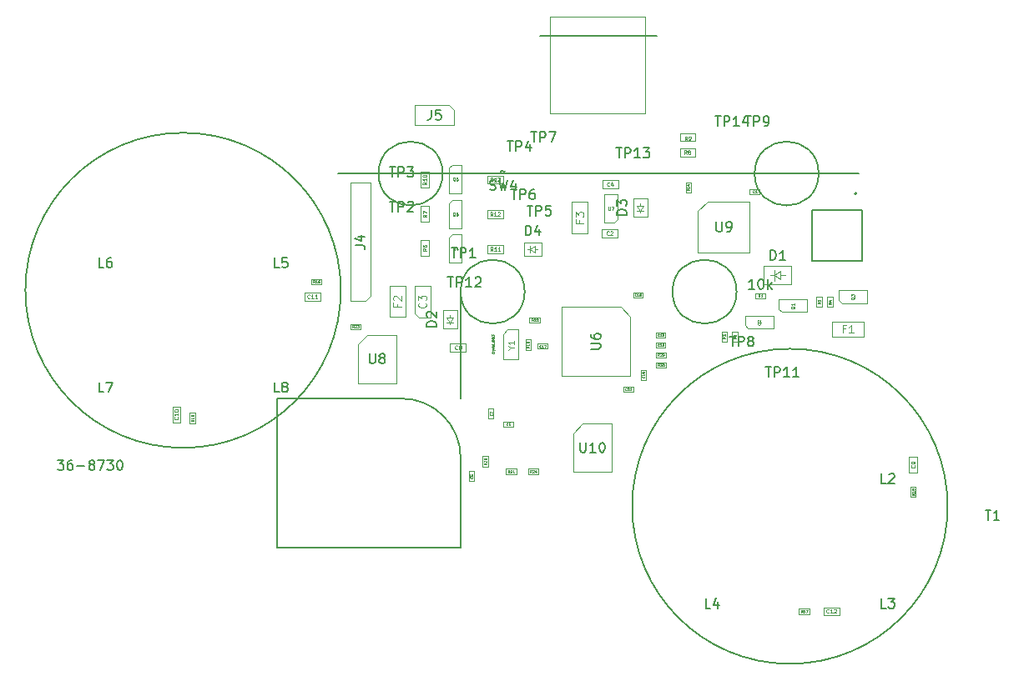
<source format=gbr>
G04 #@! TF.GenerationSoftware,KiCad,Pcbnew,7.0.2*
G04 #@! TF.CreationDate,2023-05-05T22:31:47-07:00*
G04 #@! TF.ProjectId,procon_gcc_main_pcb,70726f63-6f6e-45f6-9763-635f6d61696e,1*
G04 #@! TF.SameCoordinates,Original*
G04 #@! TF.FileFunction,AssemblyDrawing,Top*
%FSLAX46Y46*%
G04 Gerber Fmt 4.6, Leading zero omitted, Abs format (unit mm)*
G04 Created by KiCad (PCBNEW 7.0.2) date 2023-05-05 22:31:47*
%MOMM*%
%LPD*%
G01*
G04 APERTURE LIST*
%ADD10C,0.200000*%
%ADD11C,0.150000*%
%ADD12C,0.040000*%
%ADD13C,0.060000*%
%ADD14C,0.050000*%
%ADD15C,0.120000*%
%ADD16C,0.030000*%
%ADD17C,0.080000*%
%ADD18C,0.100000*%
%ADD19C,0.127000*%
G04 APERTURE END LIST*
D10*
X105912500Y-129100000D02*
X105912500Y-144250000D01*
X124562500Y-135100000D02*
G75*
G03*
X118562500Y-129100000I-6000000J0D01*
G01*
X173970000Y-140050000D02*
G75*
G03*
X173970000Y-140050000I-16000000J0D01*
G01*
X164987500Y-106250000D02*
X112137500Y-106250000D01*
X122737500Y-106250000D02*
G75*
G03*
X122737500Y-106250000I-3250000J0D01*
G01*
X124562500Y-144250000D02*
X124562500Y-135100000D01*
X112410000Y-118110000D02*
G75*
G03*
X112410000Y-118110000I-16000000J0D01*
G01*
X118562500Y-129100000D02*
X105912500Y-129100000D01*
X144487500Y-92250000D02*
X132637500Y-92250000D01*
X160887500Y-106250000D02*
G75*
G03*
X160887500Y-106250000I-3250000J0D01*
G01*
X131062500Y-118250000D02*
G75*
G03*
X131062500Y-118250000I-3250000J0D01*
G01*
X124562500Y-118250000D02*
X124562500Y-129100000D01*
X105912500Y-144250000D02*
X124562500Y-144250000D01*
X152562500Y-118250000D02*
G75*
G03*
X152562500Y-118250000I-3250000J0D01*
G01*
D11*
X128621614Y-106042666D02*
X128669233Y-105995047D01*
X128669233Y-105995047D02*
X128764471Y-105947428D01*
X128764471Y-105947428D02*
X128954947Y-106042666D01*
X128954947Y-106042666D02*
X129050185Y-105995047D01*
X129050185Y-105995047D02*
X129097804Y-105947428D01*
X127550186Y-107876000D02*
X127693043Y-107923619D01*
X127693043Y-107923619D02*
X127931138Y-107923619D01*
X127931138Y-107923619D02*
X128026376Y-107876000D01*
X128026376Y-107876000D02*
X128073995Y-107828380D01*
X128073995Y-107828380D02*
X128121614Y-107733142D01*
X128121614Y-107733142D02*
X128121614Y-107637904D01*
X128121614Y-107637904D02*
X128073995Y-107542666D01*
X128073995Y-107542666D02*
X128026376Y-107495047D01*
X128026376Y-107495047D02*
X127931138Y-107447428D01*
X127931138Y-107447428D02*
X127740662Y-107399809D01*
X127740662Y-107399809D02*
X127645424Y-107352190D01*
X127645424Y-107352190D02*
X127597805Y-107304571D01*
X127597805Y-107304571D02*
X127550186Y-107209333D01*
X127550186Y-107209333D02*
X127550186Y-107114095D01*
X127550186Y-107114095D02*
X127597805Y-107018857D01*
X127597805Y-107018857D02*
X127645424Y-106971238D01*
X127645424Y-106971238D02*
X127740662Y-106923619D01*
X127740662Y-106923619D02*
X127978757Y-106923619D01*
X127978757Y-106923619D02*
X128121614Y-106971238D01*
X128454948Y-106923619D02*
X128693043Y-107923619D01*
X128693043Y-107923619D02*
X128883519Y-107209333D01*
X128883519Y-107209333D02*
X129073995Y-107923619D01*
X129073995Y-107923619D02*
X129312091Y-106923619D01*
X130121614Y-107256952D02*
X130121614Y-107923619D01*
X129883519Y-106876000D02*
X129645424Y-107590285D01*
X129645424Y-107590285D02*
X130264471Y-107590285D01*
D12*
X152513040Y-122867644D02*
X152389231Y-122954311D01*
X152513040Y-123016216D02*
X152253040Y-123016216D01*
X152253040Y-123016216D02*
X152253040Y-122917168D01*
X152253040Y-122917168D02*
X152265421Y-122892406D01*
X152265421Y-122892406D02*
X152277802Y-122880025D01*
X152277802Y-122880025D02*
X152302564Y-122867644D01*
X152302564Y-122867644D02*
X152339707Y-122867644D01*
X152339707Y-122867644D02*
X152364469Y-122880025D01*
X152364469Y-122880025D02*
X152376850Y-122892406D01*
X152376850Y-122892406D02*
X152389231Y-122917168D01*
X152389231Y-122917168D02*
X152389231Y-123016216D01*
X152277802Y-122768597D02*
X152265421Y-122756216D01*
X152265421Y-122756216D02*
X152253040Y-122731454D01*
X152253040Y-122731454D02*
X152253040Y-122669549D01*
X152253040Y-122669549D02*
X152265421Y-122644787D01*
X152265421Y-122644787D02*
X152277802Y-122632406D01*
X152277802Y-122632406D02*
X152302564Y-122620025D01*
X152302564Y-122620025D02*
X152327326Y-122620025D01*
X152327326Y-122620025D02*
X152364469Y-122632406D01*
X152364469Y-122632406D02*
X152513040Y-122780978D01*
X152513040Y-122780978D02*
X152513040Y-122620025D01*
X144701235Y-124794364D02*
X144614568Y-124670555D01*
X144552663Y-124794364D02*
X144552663Y-124534364D01*
X144552663Y-124534364D02*
X144651711Y-124534364D01*
X144651711Y-124534364D02*
X144676473Y-124546745D01*
X144676473Y-124546745D02*
X144688854Y-124559126D01*
X144688854Y-124559126D02*
X144701235Y-124583888D01*
X144701235Y-124583888D02*
X144701235Y-124621031D01*
X144701235Y-124621031D02*
X144688854Y-124645793D01*
X144688854Y-124645793D02*
X144676473Y-124658174D01*
X144676473Y-124658174D02*
X144651711Y-124670555D01*
X144651711Y-124670555D02*
X144552663Y-124670555D01*
X144800282Y-124559126D02*
X144812663Y-124546745D01*
X144812663Y-124546745D02*
X144837425Y-124534364D01*
X144837425Y-124534364D02*
X144899330Y-124534364D01*
X144899330Y-124534364D02*
X144924092Y-124546745D01*
X144924092Y-124546745D02*
X144936473Y-124559126D01*
X144936473Y-124559126D02*
X144948854Y-124583888D01*
X144948854Y-124583888D02*
X144948854Y-124608650D01*
X144948854Y-124608650D02*
X144936473Y-124645793D01*
X144936473Y-124645793D02*
X144787901Y-124794364D01*
X144787901Y-124794364D02*
X144948854Y-124794364D01*
X145072663Y-124794364D02*
X145122187Y-124794364D01*
X145122187Y-124794364D02*
X145146949Y-124781984D01*
X145146949Y-124781984D02*
X145159330Y-124769603D01*
X145159330Y-124769603D02*
X145184092Y-124732460D01*
X145184092Y-124732460D02*
X145196473Y-124682936D01*
X145196473Y-124682936D02*
X145196473Y-124583888D01*
X145196473Y-124583888D02*
X145184092Y-124559126D01*
X145184092Y-124559126D02*
X145171711Y-124546745D01*
X145171711Y-124546745D02*
X145146949Y-124534364D01*
X145146949Y-124534364D02*
X145097425Y-124534364D01*
X145097425Y-124534364D02*
X145072663Y-124546745D01*
X145072663Y-124546745D02*
X145060282Y-124559126D01*
X145060282Y-124559126D02*
X145047901Y-124583888D01*
X145047901Y-124583888D02*
X145047901Y-124645793D01*
X145047901Y-124645793D02*
X145060282Y-124670555D01*
X145060282Y-124670555D02*
X145072663Y-124682936D01*
X145072663Y-124682936D02*
X145097425Y-124695317D01*
X145097425Y-124695317D02*
X145146949Y-124695317D01*
X145146949Y-124695317D02*
X145171711Y-124682936D01*
X145171711Y-124682936D02*
X145184092Y-124670555D01*
X145184092Y-124670555D02*
X145196473Y-124645793D01*
D11*
X167719333Y-137743619D02*
X167243143Y-137743619D01*
X167243143Y-137743619D02*
X167243143Y-136743619D01*
X168005048Y-136838857D02*
X168052667Y-136791238D01*
X168052667Y-136791238D02*
X168147905Y-136743619D01*
X168147905Y-136743619D02*
X168386000Y-136743619D01*
X168386000Y-136743619D02*
X168481238Y-136791238D01*
X168481238Y-136791238D02*
X168528857Y-136838857D01*
X168528857Y-136838857D02*
X168576476Y-136934095D01*
X168576476Y-136934095D02*
X168576476Y-137029333D01*
X168576476Y-137029333D02*
X168528857Y-137172190D01*
X168528857Y-137172190D02*
X167957429Y-137743619D01*
X167957429Y-137743619D02*
X168576476Y-137743619D01*
X155997404Y-115037405D02*
X155997404Y-114037405D01*
X155997404Y-114037405D02*
X156235499Y-114037405D01*
X156235499Y-114037405D02*
X156378356Y-114085024D01*
X156378356Y-114085024D02*
X156473594Y-114180262D01*
X156473594Y-114180262D02*
X156521213Y-114275500D01*
X156521213Y-114275500D02*
X156568832Y-114465976D01*
X156568832Y-114465976D02*
X156568832Y-114608833D01*
X156568832Y-114608833D02*
X156521213Y-114799309D01*
X156521213Y-114799309D02*
X156473594Y-114894547D01*
X156473594Y-114894547D02*
X156378356Y-114989786D01*
X156378356Y-114989786D02*
X156235499Y-115037405D01*
X156235499Y-115037405D02*
X155997404Y-115037405D01*
X157521213Y-115037405D02*
X156949785Y-115037405D01*
X157235499Y-115037405D02*
X157235499Y-114037405D01*
X157235499Y-114037405D02*
X157140261Y-114180262D01*
X157140261Y-114180262D02*
X157045023Y-114275500D01*
X157045023Y-114275500D02*
X156949785Y-114323119D01*
D12*
X129350274Y-131816613D02*
X129338370Y-131828518D01*
X129338370Y-131828518D02*
X129302655Y-131840422D01*
X129302655Y-131840422D02*
X129278846Y-131840422D01*
X129278846Y-131840422D02*
X129243132Y-131828518D01*
X129243132Y-131828518D02*
X129219322Y-131804708D01*
X129219322Y-131804708D02*
X129207417Y-131780898D01*
X129207417Y-131780898D02*
X129195513Y-131733279D01*
X129195513Y-131733279D02*
X129195513Y-131697565D01*
X129195513Y-131697565D02*
X129207417Y-131649946D01*
X129207417Y-131649946D02*
X129219322Y-131626137D01*
X129219322Y-131626137D02*
X129243132Y-131602327D01*
X129243132Y-131602327D02*
X129278846Y-131590422D01*
X129278846Y-131590422D02*
X129302655Y-131590422D01*
X129302655Y-131590422D02*
X129338370Y-131602327D01*
X129338370Y-131602327D02*
X129350274Y-131614232D01*
X129564560Y-131590422D02*
X129516941Y-131590422D01*
X129516941Y-131590422D02*
X129493132Y-131602327D01*
X129493132Y-131602327D02*
X129481227Y-131614232D01*
X129481227Y-131614232D02*
X129457417Y-131649946D01*
X129457417Y-131649946D02*
X129445513Y-131697565D01*
X129445513Y-131697565D02*
X129445513Y-131792803D01*
X129445513Y-131792803D02*
X129457417Y-131816613D01*
X129457417Y-131816613D02*
X129469322Y-131828518D01*
X129469322Y-131828518D02*
X129493132Y-131840422D01*
X129493132Y-131840422D02*
X129540751Y-131840422D01*
X129540751Y-131840422D02*
X129564560Y-131828518D01*
X129564560Y-131828518D02*
X129576465Y-131816613D01*
X129576465Y-131816613D02*
X129588370Y-131792803D01*
X129588370Y-131792803D02*
X129588370Y-131733279D01*
X129588370Y-131733279D02*
X129576465Y-131709470D01*
X129576465Y-131709470D02*
X129564560Y-131697565D01*
X129564560Y-131697565D02*
X129540751Y-131685660D01*
X129540751Y-131685660D02*
X129493132Y-131685660D01*
X129493132Y-131685660D02*
X129469322Y-131697565D01*
X129469322Y-131697565D02*
X129457417Y-131709470D01*
X129457417Y-131709470D02*
X129445513Y-131733279D01*
X162141597Y-119337712D02*
X162017788Y-119424379D01*
X162141597Y-119486284D02*
X161881597Y-119486284D01*
X161881597Y-119486284D02*
X161881597Y-119387236D01*
X161881597Y-119387236D02*
X161893978Y-119362474D01*
X161893978Y-119362474D02*
X161906359Y-119350093D01*
X161906359Y-119350093D02*
X161931121Y-119337712D01*
X161931121Y-119337712D02*
X161968264Y-119337712D01*
X161968264Y-119337712D02*
X161993026Y-119350093D01*
X161993026Y-119350093D02*
X162005407Y-119362474D01*
X162005407Y-119362474D02*
X162017788Y-119387236D01*
X162017788Y-119387236D02*
X162017788Y-119486284D01*
X161968264Y-119114855D02*
X162141597Y-119114855D01*
X161869217Y-119176760D02*
X162054931Y-119238665D01*
X162054931Y-119238665D02*
X162054931Y-119077712D01*
D11*
X150382410Y-100428619D02*
X150953838Y-100428619D01*
X150668124Y-101428619D02*
X150668124Y-100428619D01*
X151287172Y-101428619D02*
X151287172Y-100428619D01*
X151287172Y-100428619D02*
X151668124Y-100428619D01*
X151668124Y-100428619D02*
X151763362Y-100476238D01*
X151763362Y-100476238D02*
X151810981Y-100523857D01*
X151810981Y-100523857D02*
X151858600Y-100619095D01*
X151858600Y-100619095D02*
X151858600Y-100761952D01*
X151858600Y-100761952D02*
X151810981Y-100857190D01*
X151810981Y-100857190D02*
X151763362Y-100904809D01*
X151763362Y-100904809D02*
X151668124Y-100952428D01*
X151668124Y-100952428D02*
X151287172Y-100952428D01*
X152810981Y-101428619D02*
X152239553Y-101428619D01*
X152525267Y-101428619D02*
X152525267Y-100428619D01*
X152525267Y-100428619D02*
X152430029Y-100571476D01*
X152430029Y-100571476D02*
X152334791Y-100666714D01*
X152334791Y-100666714D02*
X152239553Y-100714333D01*
X153668124Y-100761952D02*
X153668124Y-101428619D01*
X153430029Y-100381000D02*
X153191934Y-101095285D01*
X153191934Y-101095285D02*
X153810981Y-101095285D01*
D12*
X170594903Y-138745619D02*
X170471094Y-138832286D01*
X170594903Y-138894191D02*
X170334903Y-138894191D01*
X170334903Y-138894191D02*
X170334903Y-138795143D01*
X170334903Y-138795143D02*
X170347284Y-138770381D01*
X170347284Y-138770381D02*
X170359665Y-138758000D01*
X170359665Y-138758000D02*
X170384427Y-138745619D01*
X170384427Y-138745619D02*
X170421570Y-138745619D01*
X170421570Y-138745619D02*
X170446332Y-138758000D01*
X170446332Y-138758000D02*
X170458713Y-138770381D01*
X170458713Y-138770381D02*
X170471094Y-138795143D01*
X170471094Y-138795143D02*
X170471094Y-138894191D01*
X170594903Y-138498000D02*
X170594903Y-138646572D01*
X170594903Y-138572286D02*
X170334903Y-138572286D01*
X170334903Y-138572286D02*
X170372046Y-138597048D01*
X170372046Y-138597048D02*
X170396808Y-138621810D01*
X170396808Y-138621810D02*
X170409189Y-138646572D01*
X170446332Y-138349429D02*
X170433951Y-138374191D01*
X170433951Y-138374191D02*
X170421570Y-138386572D01*
X170421570Y-138386572D02*
X170396808Y-138398953D01*
X170396808Y-138398953D02*
X170384427Y-138398953D01*
X170384427Y-138398953D02*
X170359665Y-138386572D01*
X170359665Y-138386572D02*
X170347284Y-138374191D01*
X170347284Y-138374191D02*
X170334903Y-138349429D01*
X170334903Y-138349429D02*
X170334903Y-138299905D01*
X170334903Y-138299905D02*
X170347284Y-138275143D01*
X170347284Y-138275143D02*
X170359665Y-138262762D01*
X170359665Y-138262762D02*
X170384427Y-138250381D01*
X170384427Y-138250381D02*
X170396808Y-138250381D01*
X170396808Y-138250381D02*
X170421570Y-138262762D01*
X170421570Y-138262762D02*
X170433951Y-138275143D01*
X170433951Y-138275143D02*
X170446332Y-138299905D01*
X170446332Y-138299905D02*
X170446332Y-138349429D01*
X170446332Y-138349429D02*
X170458713Y-138374191D01*
X170458713Y-138374191D02*
X170471094Y-138386572D01*
X170471094Y-138386572D02*
X170495856Y-138398953D01*
X170495856Y-138398953D02*
X170545380Y-138398953D01*
X170545380Y-138398953D02*
X170570142Y-138386572D01*
X170570142Y-138386572D02*
X170582523Y-138374191D01*
X170582523Y-138374191D02*
X170594903Y-138349429D01*
X170594903Y-138349429D02*
X170594903Y-138299905D01*
X170594903Y-138299905D02*
X170582523Y-138275143D01*
X170582523Y-138275143D02*
X170570142Y-138262762D01*
X170570142Y-138262762D02*
X170545380Y-138250381D01*
X170545380Y-138250381D02*
X170495856Y-138250381D01*
X170495856Y-138250381D02*
X170471094Y-138262762D01*
X170471094Y-138262762D02*
X170458713Y-138275143D01*
X170458713Y-138275143D02*
X170446332Y-138299905D01*
D11*
X140343444Y-103646495D02*
X140914872Y-103646495D01*
X140629158Y-104646495D02*
X140629158Y-103646495D01*
X141248206Y-104646495D02*
X141248206Y-103646495D01*
X141248206Y-103646495D02*
X141629158Y-103646495D01*
X141629158Y-103646495D02*
X141724396Y-103694114D01*
X141724396Y-103694114D02*
X141772015Y-103741733D01*
X141772015Y-103741733D02*
X141819634Y-103836971D01*
X141819634Y-103836971D02*
X141819634Y-103979828D01*
X141819634Y-103979828D02*
X141772015Y-104075066D01*
X141772015Y-104075066D02*
X141724396Y-104122685D01*
X141724396Y-104122685D02*
X141629158Y-104170304D01*
X141629158Y-104170304D02*
X141248206Y-104170304D01*
X142772015Y-104646495D02*
X142200587Y-104646495D01*
X142486301Y-104646495D02*
X142486301Y-103646495D01*
X142486301Y-103646495D02*
X142391063Y-103789352D01*
X142391063Y-103789352D02*
X142295825Y-103884590D01*
X142295825Y-103884590D02*
X142200587Y-103932209D01*
X143105349Y-103646495D02*
X143724396Y-103646495D01*
X143724396Y-103646495D02*
X143391063Y-104027447D01*
X143391063Y-104027447D02*
X143533920Y-104027447D01*
X143533920Y-104027447D02*
X143629158Y-104075066D01*
X143629158Y-104075066D02*
X143676777Y-104122685D01*
X143676777Y-104122685D02*
X143724396Y-104217923D01*
X143724396Y-104217923D02*
X143724396Y-104456018D01*
X143724396Y-104456018D02*
X143676777Y-104551256D01*
X143676777Y-104551256D02*
X143629158Y-104598876D01*
X143629158Y-104598876D02*
X143533920Y-104646495D01*
X143533920Y-104646495D02*
X143248206Y-104646495D01*
X143248206Y-104646495D02*
X143152968Y-104598876D01*
X143152968Y-104598876D02*
X143105349Y-104551256D01*
X115333489Y-124562903D02*
X115333489Y-125356237D01*
X115333489Y-125356237D02*
X115380156Y-125449570D01*
X115380156Y-125449570D02*
X115426822Y-125496237D01*
X115426822Y-125496237D02*
X115520156Y-125542903D01*
X115520156Y-125542903D02*
X115706822Y-125542903D01*
X115706822Y-125542903D02*
X115800156Y-125496237D01*
X115800156Y-125496237D02*
X115846822Y-125449570D01*
X115846822Y-125449570D02*
X115893489Y-125356237D01*
X115893489Y-125356237D02*
X115893489Y-124562903D01*
X116500156Y-124982903D02*
X116406823Y-124936237D01*
X116406823Y-124936237D02*
X116360156Y-124889570D01*
X116360156Y-124889570D02*
X116313489Y-124796237D01*
X116313489Y-124796237D02*
X116313489Y-124749570D01*
X116313489Y-124749570D02*
X116360156Y-124656237D01*
X116360156Y-124656237D02*
X116406823Y-124609570D01*
X116406823Y-124609570D02*
X116500156Y-124562903D01*
X116500156Y-124562903D02*
X116686823Y-124562903D01*
X116686823Y-124562903D02*
X116780156Y-124609570D01*
X116780156Y-124609570D02*
X116826823Y-124656237D01*
X116826823Y-124656237D02*
X116873489Y-124749570D01*
X116873489Y-124749570D02*
X116873489Y-124796237D01*
X116873489Y-124796237D02*
X116826823Y-124889570D01*
X116826823Y-124889570D02*
X116780156Y-124936237D01*
X116780156Y-124936237D02*
X116686823Y-124982903D01*
X116686823Y-124982903D02*
X116500156Y-124982903D01*
X116500156Y-124982903D02*
X116406823Y-125029570D01*
X116406823Y-125029570D02*
X116360156Y-125076237D01*
X116360156Y-125076237D02*
X116313489Y-125169570D01*
X116313489Y-125169570D02*
X116313489Y-125356237D01*
X116313489Y-125356237D02*
X116360156Y-125449570D01*
X116360156Y-125449570D02*
X116406823Y-125496237D01*
X116406823Y-125496237D02*
X116500156Y-125542903D01*
X116500156Y-125542903D02*
X116686823Y-125542903D01*
X116686823Y-125542903D02*
X116780156Y-125496237D01*
X116780156Y-125496237D02*
X116826823Y-125449570D01*
X116826823Y-125449570D02*
X116873489Y-125356237D01*
X116873489Y-125356237D02*
X116873489Y-125169570D01*
X116873489Y-125169570D02*
X116826823Y-125076237D01*
X116826823Y-125076237D02*
X116780156Y-125029570D01*
X116780156Y-125029570D02*
X116686823Y-124982903D01*
D13*
X95866101Y-130980188D02*
X95885149Y-130999236D01*
X95885149Y-130999236D02*
X95904196Y-131056378D01*
X95904196Y-131056378D02*
X95904196Y-131094474D01*
X95904196Y-131094474D02*
X95885149Y-131151617D01*
X95885149Y-131151617D02*
X95847053Y-131189712D01*
X95847053Y-131189712D02*
X95808958Y-131208759D01*
X95808958Y-131208759D02*
X95732768Y-131227807D01*
X95732768Y-131227807D02*
X95675625Y-131227807D01*
X95675625Y-131227807D02*
X95599434Y-131208759D01*
X95599434Y-131208759D02*
X95561339Y-131189712D01*
X95561339Y-131189712D02*
X95523244Y-131151617D01*
X95523244Y-131151617D02*
X95504196Y-131094474D01*
X95504196Y-131094474D02*
X95504196Y-131056378D01*
X95504196Y-131056378D02*
X95523244Y-130999236D01*
X95523244Y-130999236D02*
X95542291Y-130980188D01*
X95904196Y-130599236D02*
X95904196Y-130827807D01*
X95904196Y-130713521D02*
X95504196Y-130713521D01*
X95504196Y-130713521D02*
X95561339Y-130751617D01*
X95561339Y-130751617D02*
X95599434Y-130789712D01*
X95599434Y-130789712D02*
X95618482Y-130827807D01*
X95504196Y-130351617D02*
X95504196Y-130313522D01*
X95504196Y-130313522D02*
X95523244Y-130275426D01*
X95523244Y-130275426D02*
X95542291Y-130256379D01*
X95542291Y-130256379D02*
X95580387Y-130237331D01*
X95580387Y-130237331D02*
X95656577Y-130218284D01*
X95656577Y-130218284D02*
X95751815Y-130218284D01*
X95751815Y-130218284D02*
X95828006Y-130237331D01*
X95828006Y-130237331D02*
X95866101Y-130256379D01*
X95866101Y-130256379D02*
X95885149Y-130275426D01*
X95885149Y-130275426D02*
X95904196Y-130313522D01*
X95904196Y-130313522D02*
X95904196Y-130351617D01*
X95904196Y-130351617D02*
X95885149Y-130389712D01*
X95885149Y-130389712D02*
X95866101Y-130408760D01*
X95866101Y-130408760D02*
X95828006Y-130427807D01*
X95828006Y-130427807D02*
X95751815Y-130446855D01*
X95751815Y-130446855D02*
X95656577Y-130446855D01*
X95656577Y-130446855D02*
X95580387Y-130427807D01*
X95580387Y-130427807D02*
X95542291Y-130408760D01*
X95542291Y-130408760D02*
X95523244Y-130389712D01*
X95523244Y-130389712D02*
X95504196Y-130351617D01*
D11*
X113862619Y-113533333D02*
X114576904Y-113533333D01*
X114576904Y-113533333D02*
X114719761Y-113580952D01*
X114719761Y-113580952D02*
X114815000Y-113676190D01*
X114815000Y-113676190D02*
X114862619Y-113819047D01*
X114862619Y-113819047D02*
X114862619Y-113914285D01*
X114195952Y-112628571D02*
X114862619Y-112628571D01*
X113815000Y-112866666D02*
X114529285Y-113104761D01*
X114529285Y-113104761D02*
X114529285Y-112485714D01*
D14*
X124012023Y-106988514D02*
X123981547Y-106973276D01*
X123981547Y-106973276D02*
X123951071Y-106942800D01*
X123951071Y-106942800D02*
X123905357Y-106897085D01*
X123905357Y-106897085D02*
X123874880Y-106881847D01*
X123874880Y-106881847D02*
X123844404Y-106881847D01*
X123859642Y-106958038D02*
X123829166Y-106942800D01*
X123829166Y-106942800D02*
X123798690Y-106912323D01*
X123798690Y-106912323D02*
X123783452Y-106851371D01*
X123783452Y-106851371D02*
X123783452Y-106744704D01*
X123783452Y-106744704D02*
X123798690Y-106683752D01*
X123798690Y-106683752D02*
X123829166Y-106653276D01*
X123829166Y-106653276D02*
X123859642Y-106638038D01*
X123859642Y-106638038D02*
X123920595Y-106638038D01*
X123920595Y-106638038D02*
X123951071Y-106653276D01*
X123951071Y-106653276D02*
X123981547Y-106683752D01*
X123981547Y-106683752D02*
X123996785Y-106744704D01*
X123996785Y-106744704D02*
X123996785Y-106851371D01*
X123996785Y-106851371D02*
X123981547Y-106912323D01*
X123981547Y-106912323D02*
X123951071Y-106942800D01*
X123951071Y-106942800D02*
X123920595Y-106958038D01*
X123920595Y-106958038D02*
X123859642Y-106958038D01*
X124271071Y-106638038D02*
X124210118Y-106638038D01*
X124210118Y-106638038D02*
X124179642Y-106653276D01*
X124179642Y-106653276D02*
X124164404Y-106668514D01*
X124164404Y-106668514D02*
X124133928Y-106714228D01*
X124133928Y-106714228D02*
X124118690Y-106775180D01*
X124118690Y-106775180D02*
X124118690Y-106897085D01*
X124118690Y-106897085D02*
X124133928Y-106927561D01*
X124133928Y-106927561D02*
X124149166Y-106942800D01*
X124149166Y-106942800D02*
X124179642Y-106958038D01*
X124179642Y-106958038D02*
X124240595Y-106958038D01*
X124240595Y-106958038D02*
X124271071Y-106942800D01*
X124271071Y-106942800D02*
X124286309Y-106927561D01*
X124286309Y-106927561D02*
X124301547Y-106897085D01*
X124301547Y-106897085D02*
X124301547Y-106820895D01*
X124301547Y-106820895D02*
X124286309Y-106790419D01*
X124286309Y-106790419D02*
X124271071Y-106775180D01*
X124271071Y-106775180D02*
X124240595Y-106759942D01*
X124240595Y-106759942D02*
X124179642Y-106759942D01*
X124179642Y-106759942D02*
X124149166Y-106775180D01*
X124149166Y-106775180D02*
X124133928Y-106790419D01*
X124133928Y-106790419D02*
X124118690Y-106820895D01*
X123999523Y-114058514D02*
X123969047Y-114043276D01*
X123969047Y-114043276D02*
X123938571Y-114012800D01*
X123938571Y-114012800D02*
X123892857Y-113967085D01*
X123892857Y-113967085D02*
X123862380Y-113951847D01*
X123862380Y-113951847D02*
X123831904Y-113951847D01*
X123847142Y-114028038D02*
X123816666Y-114012800D01*
X123816666Y-114012800D02*
X123786190Y-113982323D01*
X123786190Y-113982323D02*
X123770952Y-113921371D01*
X123770952Y-113921371D02*
X123770952Y-113814704D01*
X123770952Y-113814704D02*
X123786190Y-113753752D01*
X123786190Y-113753752D02*
X123816666Y-113723276D01*
X123816666Y-113723276D02*
X123847142Y-113708038D01*
X123847142Y-113708038D02*
X123908095Y-113708038D01*
X123908095Y-113708038D02*
X123938571Y-113723276D01*
X123938571Y-113723276D02*
X123969047Y-113753752D01*
X123969047Y-113753752D02*
X123984285Y-113814704D01*
X123984285Y-113814704D02*
X123984285Y-113921371D01*
X123984285Y-113921371D02*
X123969047Y-113982323D01*
X123969047Y-113982323D02*
X123938571Y-114012800D01*
X123938571Y-114012800D02*
X123908095Y-114028038D01*
X123908095Y-114028038D02*
X123847142Y-114028038D01*
X124258571Y-113814704D02*
X124258571Y-114028038D01*
X124182380Y-113692800D02*
X124106190Y-113921371D01*
X124106190Y-113921371D02*
X124304285Y-113921371D01*
D12*
X131912857Y-121251698D02*
X131826190Y-121127889D01*
X131764285Y-121251698D02*
X131764285Y-120991698D01*
X131764285Y-120991698D02*
X131863333Y-120991698D01*
X131863333Y-120991698D02*
X131888095Y-121004079D01*
X131888095Y-121004079D02*
X131900476Y-121016460D01*
X131900476Y-121016460D02*
X131912857Y-121041222D01*
X131912857Y-121041222D02*
X131912857Y-121078365D01*
X131912857Y-121078365D02*
X131900476Y-121103127D01*
X131900476Y-121103127D02*
X131888095Y-121115508D01*
X131888095Y-121115508D02*
X131863333Y-121127889D01*
X131863333Y-121127889D02*
X131764285Y-121127889D01*
X132011904Y-121016460D02*
X132024285Y-121004079D01*
X132024285Y-121004079D02*
X132049047Y-120991698D01*
X132049047Y-120991698D02*
X132110952Y-120991698D01*
X132110952Y-120991698D02*
X132135714Y-121004079D01*
X132135714Y-121004079D02*
X132148095Y-121016460D01*
X132148095Y-121016460D02*
X132160476Y-121041222D01*
X132160476Y-121041222D02*
X132160476Y-121065984D01*
X132160476Y-121065984D02*
X132148095Y-121103127D01*
X132148095Y-121103127D02*
X131999523Y-121251698D01*
X131999523Y-121251698D02*
X132160476Y-121251698D01*
X132259523Y-121016460D02*
X132271904Y-121004079D01*
X132271904Y-121004079D02*
X132296666Y-120991698D01*
X132296666Y-120991698D02*
X132358571Y-120991698D01*
X132358571Y-120991698D02*
X132383333Y-121004079D01*
X132383333Y-121004079D02*
X132395714Y-121016460D01*
X132395714Y-121016460D02*
X132408095Y-121041222D01*
X132408095Y-121041222D02*
X132408095Y-121065984D01*
X132408095Y-121065984D02*
X132395714Y-121103127D01*
X132395714Y-121103127D02*
X132247142Y-121251698D01*
X132247142Y-121251698D02*
X132408095Y-121251698D01*
D13*
X161916344Y-150856431D02*
X161897296Y-150875479D01*
X161897296Y-150875479D02*
X161840154Y-150894526D01*
X161840154Y-150894526D02*
X161802058Y-150894526D01*
X161802058Y-150894526D02*
X161744915Y-150875479D01*
X161744915Y-150875479D02*
X161706820Y-150837383D01*
X161706820Y-150837383D02*
X161687773Y-150799288D01*
X161687773Y-150799288D02*
X161668725Y-150723098D01*
X161668725Y-150723098D02*
X161668725Y-150665955D01*
X161668725Y-150665955D02*
X161687773Y-150589764D01*
X161687773Y-150589764D02*
X161706820Y-150551669D01*
X161706820Y-150551669D02*
X161744915Y-150513574D01*
X161744915Y-150513574D02*
X161802058Y-150494526D01*
X161802058Y-150494526D02*
X161840154Y-150494526D01*
X161840154Y-150494526D02*
X161897296Y-150513574D01*
X161897296Y-150513574D02*
X161916344Y-150532621D01*
X162297296Y-150894526D02*
X162068725Y-150894526D01*
X162183011Y-150894526D02*
X162183011Y-150494526D01*
X162183011Y-150494526D02*
X162144915Y-150551669D01*
X162144915Y-150551669D02*
X162106820Y-150589764D01*
X162106820Y-150589764D02*
X162068725Y-150608812D01*
X162449677Y-150532621D02*
X162468725Y-150513574D01*
X162468725Y-150513574D02*
X162506820Y-150494526D01*
X162506820Y-150494526D02*
X162602058Y-150494526D01*
X162602058Y-150494526D02*
X162640153Y-150513574D01*
X162640153Y-150513574D02*
X162659201Y-150532621D01*
X162659201Y-150532621D02*
X162678248Y-150570717D01*
X162678248Y-150570717D02*
X162678248Y-150608812D01*
X162678248Y-150608812D02*
X162659201Y-150665955D01*
X162659201Y-150665955D02*
X162430629Y-150894526D01*
X162430629Y-150894526D02*
X162678248Y-150894526D01*
D11*
X88359333Y-128453619D02*
X87883143Y-128453619D01*
X87883143Y-128453619D02*
X87883143Y-127453619D01*
X88597429Y-127453619D02*
X89264095Y-127453619D01*
X89264095Y-127453619D02*
X88835524Y-128453619D01*
D15*
X136603047Y-111010666D02*
X136603047Y-111277332D01*
X137022095Y-111277332D02*
X136222095Y-111277332D01*
X136222095Y-111277332D02*
X136222095Y-110896380D01*
X136222095Y-110667809D02*
X136222095Y-110172571D01*
X136222095Y-110172571D02*
X136526857Y-110439237D01*
X136526857Y-110439237D02*
X136526857Y-110324952D01*
X136526857Y-110324952D02*
X136564952Y-110248761D01*
X136564952Y-110248761D02*
X136603047Y-110210666D01*
X136603047Y-110210666D02*
X136679238Y-110172571D01*
X136679238Y-110172571D02*
X136869714Y-110172571D01*
X136869714Y-110172571D02*
X136945904Y-110210666D01*
X136945904Y-110210666D02*
X136984000Y-110248761D01*
X136984000Y-110248761D02*
X137022095Y-110324952D01*
X137022095Y-110324952D02*
X137022095Y-110553523D01*
X137022095Y-110553523D02*
X136984000Y-110629714D01*
X136984000Y-110629714D02*
X136945904Y-110667809D01*
D13*
X121129047Y-110435666D02*
X120938571Y-110568999D01*
X121129047Y-110664237D02*
X120729047Y-110664237D01*
X120729047Y-110664237D02*
X120729047Y-110511856D01*
X120729047Y-110511856D02*
X120748095Y-110473761D01*
X120748095Y-110473761D02*
X120767142Y-110454714D01*
X120767142Y-110454714D02*
X120805238Y-110435666D01*
X120805238Y-110435666D02*
X120862380Y-110435666D01*
X120862380Y-110435666D02*
X120900476Y-110454714D01*
X120900476Y-110454714D02*
X120919523Y-110473761D01*
X120919523Y-110473761D02*
X120938571Y-110511856D01*
X120938571Y-110511856D02*
X120938571Y-110664237D01*
X120729047Y-110302333D02*
X120729047Y-110035666D01*
X120729047Y-110035666D02*
X121129047Y-110207095D01*
D14*
X164532487Y-118797869D02*
X164517249Y-118828345D01*
X164517249Y-118828345D02*
X164486773Y-118858821D01*
X164486773Y-118858821D02*
X164441058Y-118904535D01*
X164441058Y-118904535D02*
X164425820Y-118935012D01*
X164425820Y-118935012D02*
X164425820Y-118965488D01*
X164502011Y-118950250D02*
X164486773Y-118980726D01*
X164486773Y-118980726D02*
X164456296Y-119011202D01*
X164456296Y-119011202D02*
X164395344Y-119026440D01*
X164395344Y-119026440D02*
X164288677Y-119026440D01*
X164288677Y-119026440D02*
X164227725Y-119011202D01*
X164227725Y-119011202D02*
X164197249Y-118980726D01*
X164197249Y-118980726D02*
X164182011Y-118950250D01*
X164182011Y-118950250D02*
X164182011Y-118889297D01*
X164182011Y-118889297D02*
X164197249Y-118858821D01*
X164197249Y-118858821D02*
X164227725Y-118828345D01*
X164227725Y-118828345D02*
X164288677Y-118813107D01*
X164288677Y-118813107D02*
X164395344Y-118813107D01*
X164395344Y-118813107D02*
X164456296Y-118828345D01*
X164456296Y-118828345D02*
X164486773Y-118858821D01*
X164486773Y-118858821D02*
X164502011Y-118889297D01*
X164502011Y-118889297D02*
X164502011Y-118950250D01*
X164182011Y-118706440D02*
X164182011Y-118508345D01*
X164182011Y-118508345D02*
X164303915Y-118615012D01*
X164303915Y-118615012D02*
X164303915Y-118569297D01*
X164303915Y-118569297D02*
X164319153Y-118538821D01*
X164319153Y-118538821D02*
X164334392Y-118523583D01*
X164334392Y-118523583D02*
X164364868Y-118508345D01*
X164364868Y-118508345D02*
X164441058Y-118508345D01*
X164441058Y-118508345D02*
X164471534Y-118523583D01*
X164471534Y-118523583D02*
X164486773Y-118538821D01*
X164486773Y-118538821D02*
X164502011Y-118569297D01*
X164502011Y-118569297D02*
X164502011Y-118660726D01*
X164502011Y-118660726D02*
X164486773Y-118691202D01*
X164486773Y-118691202D02*
X164471534Y-118706440D01*
D12*
X154347298Y-108190920D02*
X154335394Y-108202825D01*
X154335394Y-108202825D02*
X154299679Y-108214729D01*
X154299679Y-108214729D02*
X154275870Y-108214729D01*
X154275870Y-108214729D02*
X154240156Y-108202825D01*
X154240156Y-108202825D02*
X154216346Y-108179015D01*
X154216346Y-108179015D02*
X154204441Y-108155205D01*
X154204441Y-108155205D02*
X154192537Y-108107586D01*
X154192537Y-108107586D02*
X154192537Y-108071872D01*
X154192537Y-108071872D02*
X154204441Y-108024253D01*
X154204441Y-108024253D02*
X154216346Y-108000444D01*
X154216346Y-108000444D02*
X154240156Y-107976634D01*
X154240156Y-107976634D02*
X154275870Y-107964729D01*
X154275870Y-107964729D02*
X154299679Y-107964729D01*
X154299679Y-107964729D02*
X154335394Y-107976634D01*
X154335394Y-107976634D02*
X154347298Y-107988539D01*
X154585394Y-108214729D02*
X154442537Y-108214729D01*
X154513965Y-108214729D02*
X154513965Y-107964729D01*
X154513965Y-107964729D02*
X154490156Y-108000444D01*
X154490156Y-108000444D02*
X154466346Y-108024253D01*
X154466346Y-108024253D02*
X154442537Y-108036158D01*
D11*
X177786095Y-140432119D02*
X178357523Y-140432119D01*
X178071809Y-141432119D02*
X178071809Y-140432119D01*
X179214666Y-141432119D02*
X178643238Y-141432119D01*
X178928952Y-141432119D02*
X178928952Y-140432119D01*
X178928952Y-140432119D02*
X178833714Y-140574976D01*
X178833714Y-140574976D02*
X178738476Y-140670214D01*
X178738476Y-140670214D02*
X178643238Y-140717833D01*
X137762619Y-124061904D02*
X138572142Y-124061904D01*
X138572142Y-124061904D02*
X138667380Y-124014285D01*
X138667380Y-124014285D02*
X138715000Y-123966666D01*
X138715000Y-123966666D02*
X138762619Y-123871428D01*
X138762619Y-123871428D02*
X138762619Y-123680952D01*
X138762619Y-123680952D02*
X138715000Y-123585714D01*
X138715000Y-123585714D02*
X138667380Y-123538095D01*
X138667380Y-123538095D02*
X138572142Y-123490476D01*
X138572142Y-123490476D02*
X137762619Y-123490476D01*
X137762619Y-122585714D02*
X137762619Y-122776190D01*
X137762619Y-122776190D02*
X137810238Y-122871428D01*
X137810238Y-122871428D02*
X137857857Y-122919047D01*
X137857857Y-122919047D02*
X138000714Y-123014285D01*
X138000714Y-123014285D02*
X138191190Y-123061904D01*
X138191190Y-123061904D02*
X138572142Y-123061904D01*
X138572142Y-123061904D02*
X138667380Y-123014285D01*
X138667380Y-123014285D02*
X138715000Y-122966666D01*
X138715000Y-122966666D02*
X138762619Y-122871428D01*
X138762619Y-122871428D02*
X138762619Y-122680952D01*
X138762619Y-122680952D02*
X138715000Y-122585714D01*
X138715000Y-122585714D02*
X138667380Y-122538095D01*
X138667380Y-122538095D02*
X138572142Y-122490476D01*
X138572142Y-122490476D02*
X138334047Y-122490476D01*
X138334047Y-122490476D02*
X138238809Y-122538095D01*
X138238809Y-122538095D02*
X138191190Y-122585714D01*
X138191190Y-122585714D02*
X138143571Y-122680952D01*
X138143571Y-122680952D02*
X138143571Y-122871428D01*
X138143571Y-122871428D02*
X138191190Y-122966666D01*
X138191190Y-122966666D02*
X138238809Y-123014285D01*
X138238809Y-123014285D02*
X138334047Y-123061904D01*
X106159333Y-115803619D02*
X105683143Y-115803619D01*
X105683143Y-115803619D02*
X105683143Y-114803619D01*
X106968857Y-114803619D02*
X106492667Y-114803619D01*
X106492667Y-114803619D02*
X106445048Y-115279809D01*
X106445048Y-115279809D02*
X106492667Y-115232190D01*
X106492667Y-115232190D02*
X106587905Y-115184571D01*
X106587905Y-115184571D02*
X106826000Y-115184571D01*
X106826000Y-115184571D02*
X106921238Y-115232190D01*
X106921238Y-115232190D02*
X106968857Y-115279809D01*
X106968857Y-115279809D02*
X107016476Y-115375047D01*
X107016476Y-115375047D02*
X107016476Y-115613142D01*
X107016476Y-115613142D02*
X106968857Y-115708380D01*
X106968857Y-115708380D02*
X106921238Y-115756000D01*
X106921238Y-115756000D02*
X106826000Y-115803619D01*
X106826000Y-115803619D02*
X106587905Y-115803619D01*
X106587905Y-115803619D02*
X106492667Y-115756000D01*
X106492667Y-115756000D02*
X106445048Y-115708380D01*
D12*
X143211845Y-126860714D02*
X143223750Y-126872618D01*
X143223750Y-126872618D02*
X143235654Y-126908333D01*
X143235654Y-126908333D02*
X143235654Y-126932142D01*
X143235654Y-126932142D02*
X143223750Y-126967856D01*
X143223750Y-126967856D02*
X143199940Y-126991666D01*
X143199940Y-126991666D02*
X143176130Y-127003571D01*
X143176130Y-127003571D02*
X143128511Y-127015475D01*
X143128511Y-127015475D02*
X143092797Y-127015475D01*
X143092797Y-127015475D02*
X143045178Y-127003571D01*
X143045178Y-127003571D02*
X143021369Y-126991666D01*
X143021369Y-126991666D02*
X142997559Y-126967856D01*
X142997559Y-126967856D02*
X142985654Y-126932142D01*
X142985654Y-126932142D02*
X142985654Y-126908333D01*
X142985654Y-126908333D02*
X142997559Y-126872618D01*
X142997559Y-126872618D02*
X143009464Y-126860714D01*
X143235654Y-126622618D02*
X143235654Y-126765475D01*
X143235654Y-126694047D02*
X142985654Y-126694047D01*
X142985654Y-126694047D02*
X143021369Y-126717856D01*
X143021369Y-126717856D02*
X143045178Y-126741666D01*
X143045178Y-126741666D02*
X143057083Y-126765475D01*
X143235654Y-126503571D02*
X143235654Y-126455952D01*
X143235654Y-126455952D02*
X143223750Y-126432142D01*
X143223750Y-126432142D02*
X143211845Y-126420238D01*
X143211845Y-126420238D02*
X143176130Y-126396428D01*
X143176130Y-126396428D02*
X143128511Y-126384523D01*
X143128511Y-126384523D02*
X143033273Y-126384523D01*
X143033273Y-126384523D02*
X143009464Y-126396428D01*
X143009464Y-126396428D02*
X142997559Y-126408333D01*
X142997559Y-126408333D02*
X142985654Y-126432142D01*
X142985654Y-126432142D02*
X142985654Y-126479761D01*
X142985654Y-126479761D02*
X142997559Y-126503571D01*
X142997559Y-126503571D02*
X143009464Y-126515476D01*
X143009464Y-126515476D02*
X143033273Y-126527380D01*
X143033273Y-126527380D02*
X143092797Y-126527380D01*
X143092797Y-126527380D02*
X143116607Y-126515476D01*
X143116607Y-126515476D02*
X143128511Y-126503571D01*
X143128511Y-126503571D02*
X143140416Y-126479761D01*
X143140416Y-126479761D02*
X143140416Y-126432142D01*
X143140416Y-126432142D02*
X143128511Y-126408333D01*
X143128511Y-126408333D02*
X143116607Y-126396428D01*
X143116607Y-126396428D02*
X143092797Y-126384523D01*
D13*
X121122047Y-113876666D02*
X120931571Y-114009999D01*
X121122047Y-114105237D02*
X120722047Y-114105237D01*
X120722047Y-114105237D02*
X120722047Y-113952856D01*
X120722047Y-113952856D02*
X120741095Y-113914761D01*
X120741095Y-113914761D02*
X120760142Y-113895714D01*
X120760142Y-113895714D02*
X120798238Y-113876666D01*
X120798238Y-113876666D02*
X120855380Y-113876666D01*
X120855380Y-113876666D02*
X120893476Y-113895714D01*
X120893476Y-113895714D02*
X120912523Y-113914761D01*
X120912523Y-113914761D02*
X120931571Y-113952856D01*
X120931571Y-113952856D02*
X120931571Y-114105237D01*
X120722047Y-113533809D02*
X120722047Y-113609999D01*
X120722047Y-113609999D02*
X120741095Y-113648095D01*
X120741095Y-113648095D02*
X120760142Y-113667142D01*
X120760142Y-113667142D02*
X120817285Y-113705237D01*
X120817285Y-113705237D02*
X120893476Y-113724285D01*
X120893476Y-113724285D02*
X121045857Y-113724285D01*
X121045857Y-113724285D02*
X121083952Y-113705237D01*
X121083952Y-113705237D02*
X121103000Y-113686190D01*
X121103000Y-113686190D02*
X121122047Y-113648095D01*
X121122047Y-113648095D02*
X121122047Y-113571904D01*
X121122047Y-113571904D02*
X121103000Y-113533809D01*
X121103000Y-113533809D02*
X121083952Y-113514761D01*
X121083952Y-113514761D02*
X121045857Y-113495714D01*
X121045857Y-113495714D02*
X120950619Y-113495714D01*
X120950619Y-113495714D02*
X120912523Y-113514761D01*
X120912523Y-113514761D02*
X120893476Y-113533809D01*
X120893476Y-113533809D02*
X120874428Y-113571904D01*
X120874428Y-113571904D02*
X120874428Y-113648095D01*
X120874428Y-113648095D02*
X120893476Y-113686190D01*
X120893476Y-113686190D02*
X120912523Y-113705237D01*
X120912523Y-113705237D02*
X120950619Y-113724285D01*
D11*
X131140623Y-112537081D02*
X131140623Y-111537081D01*
X131140623Y-111537081D02*
X131378718Y-111537081D01*
X131378718Y-111537081D02*
X131521575Y-111584700D01*
X131521575Y-111584700D02*
X131616813Y-111679938D01*
X131616813Y-111679938D02*
X131664432Y-111775176D01*
X131664432Y-111775176D02*
X131712051Y-111965652D01*
X131712051Y-111965652D02*
X131712051Y-112108509D01*
X131712051Y-112108509D02*
X131664432Y-112298985D01*
X131664432Y-112298985D02*
X131616813Y-112394223D01*
X131616813Y-112394223D02*
X131521575Y-112489462D01*
X131521575Y-112489462D02*
X131378718Y-112537081D01*
X131378718Y-112537081D02*
X131140623Y-112537081D01*
X132569194Y-111870414D02*
X132569194Y-112537081D01*
X132331099Y-111489462D02*
X132093004Y-112203747D01*
X132093004Y-112203747D02*
X132712051Y-112203747D01*
D15*
X118117047Y-119502166D02*
X118117047Y-119768832D01*
X118536095Y-119768832D02*
X117736095Y-119768832D01*
X117736095Y-119768832D02*
X117736095Y-119387880D01*
X117812285Y-119121214D02*
X117774190Y-119083118D01*
X117774190Y-119083118D02*
X117736095Y-119006928D01*
X117736095Y-119006928D02*
X117736095Y-118816452D01*
X117736095Y-118816452D02*
X117774190Y-118740261D01*
X117774190Y-118740261D02*
X117812285Y-118702166D01*
X117812285Y-118702166D02*
X117888476Y-118664071D01*
X117888476Y-118664071D02*
X117964666Y-118664071D01*
X117964666Y-118664071D02*
X118078952Y-118702166D01*
X118078952Y-118702166D02*
X118536095Y-119159309D01*
X118536095Y-119159309D02*
X118536095Y-118664071D01*
D11*
X83661667Y-135357619D02*
X84280714Y-135357619D01*
X84280714Y-135357619D02*
X83947381Y-135738571D01*
X83947381Y-135738571D02*
X84090238Y-135738571D01*
X84090238Y-135738571D02*
X84185476Y-135786190D01*
X84185476Y-135786190D02*
X84233095Y-135833809D01*
X84233095Y-135833809D02*
X84280714Y-135929047D01*
X84280714Y-135929047D02*
X84280714Y-136167142D01*
X84280714Y-136167142D02*
X84233095Y-136262380D01*
X84233095Y-136262380D02*
X84185476Y-136310000D01*
X84185476Y-136310000D02*
X84090238Y-136357619D01*
X84090238Y-136357619D02*
X83804524Y-136357619D01*
X83804524Y-136357619D02*
X83709286Y-136310000D01*
X83709286Y-136310000D02*
X83661667Y-136262380D01*
X85137857Y-135357619D02*
X84947381Y-135357619D01*
X84947381Y-135357619D02*
X84852143Y-135405238D01*
X84852143Y-135405238D02*
X84804524Y-135452857D01*
X84804524Y-135452857D02*
X84709286Y-135595714D01*
X84709286Y-135595714D02*
X84661667Y-135786190D01*
X84661667Y-135786190D02*
X84661667Y-136167142D01*
X84661667Y-136167142D02*
X84709286Y-136262380D01*
X84709286Y-136262380D02*
X84756905Y-136310000D01*
X84756905Y-136310000D02*
X84852143Y-136357619D01*
X84852143Y-136357619D02*
X85042619Y-136357619D01*
X85042619Y-136357619D02*
X85137857Y-136310000D01*
X85137857Y-136310000D02*
X85185476Y-136262380D01*
X85185476Y-136262380D02*
X85233095Y-136167142D01*
X85233095Y-136167142D02*
X85233095Y-135929047D01*
X85233095Y-135929047D02*
X85185476Y-135833809D01*
X85185476Y-135833809D02*
X85137857Y-135786190D01*
X85137857Y-135786190D02*
X85042619Y-135738571D01*
X85042619Y-135738571D02*
X84852143Y-135738571D01*
X84852143Y-135738571D02*
X84756905Y-135786190D01*
X84756905Y-135786190D02*
X84709286Y-135833809D01*
X84709286Y-135833809D02*
X84661667Y-135929047D01*
X85661667Y-135976666D02*
X86423572Y-135976666D01*
X87042619Y-135786190D02*
X86947381Y-135738571D01*
X86947381Y-135738571D02*
X86899762Y-135690952D01*
X86899762Y-135690952D02*
X86852143Y-135595714D01*
X86852143Y-135595714D02*
X86852143Y-135548095D01*
X86852143Y-135548095D02*
X86899762Y-135452857D01*
X86899762Y-135452857D02*
X86947381Y-135405238D01*
X86947381Y-135405238D02*
X87042619Y-135357619D01*
X87042619Y-135357619D02*
X87233095Y-135357619D01*
X87233095Y-135357619D02*
X87328333Y-135405238D01*
X87328333Y-135405238D02*
X87375952Y-135452857D01*
X87375952Y-135452857D02*
X87423571Y-135548095D01*
X87423571Y-135548095D02*
X87423571Y-135595714D01*
X87423571Y-135595714D02*
X87375952Y-135690952D01*
X87375952Y-135690952D02*
X87328333Y-135738571D01*
X87328333Y-135738571D02*
X87233095Y-135786190D01*
X87233095Y-135786190D02*
X87042619Y-135786190D01*
X87042619Y-135786190D02*
X86947381Y-135833809D01*
X86947381Y-135833809D02*
X86899762Y-135881428D01*
X86899762Y-135881428D02*
X86852143Y-135976666D01*
X86852143Y-135976666D02*
X86852143Y-136167142D01*
X86852143Y-136167142D02*
X86899762Y-136262380D01*
X86899762Y-136262380D02*
X86947381Y-136310000D01*
X86947381Y-136310000D02*
X87042619Y-136357619D01*
X87042619Y-136357619D02*
X87233095Y-136357619D01*
X87233095Y-136357619D02*
X87328333Y-136310000D01*
X87328333Y-136310000D02*
X87375952Y-136262380D01*
X87375952Y-136262380D02*
X87423571Y-136167142D01*
X87423571Y-136167142D02*
X87423571Y-135976666D01*
X87423571Y-135976666D02*
X87375952Y-135881428D01*
X87375952Y-135881428D02*
X87328333Y-135833809D01*
X87328333Y-135833809D02*
X87233095Y-135786190D01*
X87756905Y-135357619D02*
X88423571Y-135357619D01*
X88423571Y-135357619D02*
X87995000Y-136357619D01*
X88709286Y-135357619D02*
X89328333Y-135357619D01*
X89328333Y-135357619D02*
X88995000Y-135738571D01*
X88995000Y-135738571D02*
X89137857Y-135738571D01*
X89137857Y-135738571D02*
X89233095Y-135786190D01*
X89233095Y-135786190D02*
X89280714Y-135833809D01*
X89280714Y-135833809D02*
X89328333Y-135929047D01*
X89328333Y-135929047D02*
X89328333Y-136167142D01*
X89328333Y-136167142D02*
X89280714Y-136262380D01*
X89280714Y-136262380D02*
X89233095Y-136310000D01*
X89233095Y-136310000D02*
X89137857Y-136357619D01*
X89137857Y-136357619D02*
X88852143Y-136357619D01*
X88852143Y-136357619D02*
X88756905Y-136310000D01*
X88756905Y-136310000D02*
X88709286Y-136262380D01*
X89947381Y-135357619D02*
X90042619Y-135357619D01*
X90042619Y-135357619D02*
X90137857Y-135405238D01*
X90137857Y-135405238D02*
X90185476Y-135452857D01*
X90185476Y-135452857D02*
X90233095Y-135548095D01*
X90233095Y-135548095D02*
X90280714Y-135738571D01*
X90280714Y-135738571D02*
X90280714Y-135976666D01*
X90280714Y-135976666D02*
X90233095Y-136167142D01*
X90233095Y-136167142D02*
X90185476Y-136262380D01*
X90185476Y-136262380D02*
X90137857Y-136310000D01*
X90137857Y-136310000D02*
X90042619Y-136357619D01*
X90042619Y-136357619D02*
X89947381Y-136357619D01*
X89947381Y-136357619D02*
X89852143Y-136310000D01*
X89852143Y-136310000D02*
X89804524Y-136262380D01*
X89804524Y-136262380D02*
X89756905Y-136167142D01*
X89756905Y-136167142D02*
X89709286Y-135976666D01*
X89709286Y-135976666D02*
X89709286Y-135738571D01*
X89709286Y-135738571D02*
X89756905Y-135548095D01*
X89756905Y-135548095D02*
X89804524Y-135452857D01*
X89804524Y-135452857D02*
X89852143Y-135405238D01*
X89852143Y-135405238D02*
X89947381Y-135357619D01*
D12*
X113743544Y-121912922D02*
X113656877Y-121789113D01*
X113594972Y-121912922D02*
X113594972Y-121652922D01*
X113594972Y-121652922D02*
X113694020Y-121652922D01*
X113694020Y-121652922D02*
X113718782Y-121665303D01*
X113718782Y-121665303D02*
X113731163Y-121677684D01*
X113731163Y-121677684D02*
X113743544Y-121702446D01*
X113743544Y-121702446D02*
X113743544Y-121739589D01*
X113743544Y-121739589D02*
X113731163Y-121764351D01*
X113731163Y-121764351D02*
X113718782Y-121776732D01*
X113718782Y-121776732D02*
X113694020Y-121789113D01*
X113694020Y-121789113D02*
X113594972Y-121789113D01*
X113842591Y-121677684D02*
X113854972Y-121665303D01*
X113854972Y-121665303D02*
X113879734Y-121652922D01*
X113879734Y-121652922D02*
X113941639Y-121652922D01*
X113941639Y-121652922D02*
X113966401Y-121665303D01*
X113966401Y-121665303D02*
X113978782Y-121677684D01*
X113978782Y-121677684D02*
X113991163Y-121702446D01*
X113991163Y-121702446D02*
X113991163Y-121727208D01*
X113991163Y-121727208D02*
X113978782Y-121764351D01*
X113978782Y-121764351D02*
X113830210Y-121912922D01*
X113830210Y-121912922D02*
X113991163Y-121912922D01*
X114077829Y-121652922D02*
X114238782Y-121652922D01*
X114238782Y-121652922D02*
X114152115Y-121751970D01*
X114152115Y-121751970D02*
X114189258Y-121751970D01*
X114189258Y-121751970D02*
X114214020Y-121764351D01*
X114214020Y-121764351D02*
X114226401Y-121776732D01*
X114226401Y-121776732D02*
X114238782Y-121801494D01*
X114238782Y-121801494D02*
X114238782Y-121863399D01*
X114238782Y-121863399D02*
X114226401Y-121888161D01*
X114226401Y-121888161D02*
X114214020Y-121900542D01*
X114214020Y-121900542D02*
X114189258Y-121912922D01*
X114189258Y-121912922D02*
X114114972Y-121912922D01*
X114114972Y-121912922D02*
X114090210Y-121900542D01*
X114090210Y-121900542D02*
X114077829Y-121888161D01*
D11*
X122112619Y-121788094D02*
X121112619Y-121788094D01*
X121112619Y-121788094D02*
X121112619Y-121549999D01*
X121112619Y-121549999D02*
X121160238Y-121407142D01*
X121160238Y-121407142D02*
X121255476Y-121311904D01*
X121255476Y-121311904D02*
X121350714Y-121264285D01*
X121350714Y-121264285D02*
X121541190Y-121216666D01*
X121541190Y-121216666D02*
X121684047Y-121216666D01*
X121684047Y-121216666D02*
X121874523Y-121264285D01*
X121874523Y-121264285D02*
X121969761Y-121311904D01*
X121969761Y-121311904D02*
X122065000Y-121407142D01*
X122065000Y-121407142D02*
X122112619Y-121549999D01*
X122112619Y-121549999D02*
X122112619Y-121788094D01*
X121207857Y-120835713D02*
X121160238Y-120788094D01*
X121160238Y-120788094D02*
X121112619Y-120692856D01*
X121112619Y-120692856D02*
X121112619Y-120454761D01*
X121112619Y-120454761D02*
X121160238Y-120359523D01*
X121160238Y-120359523D02*
X121207857Y-120311904D01*
X121207857Y-120311904D02*
X121303095Y-120264285D01*
X121303095Y-120264285D02*
X121398333Y-120264285D01*
X121398333Y-120264285D02*
X121541190Y-120311904D01*
X121541190Y-120311904D02*
X122112619Y-120883332D01*
X122112619Y-120883332D02*
X122112619Y-120264285D01*
D12*
X132720897Y-123891785D02*
X132708993Y-123903690D01*
X132708993Y-123903690D02*
X132673278Y-123915594D01*
X132673278Y-123915594D02*
X132649469Y-123915594D01*
X132649469Y-123915594D02*
X132613755Y-123903690D01*
X132613755Y-123903690D02*
X132589945Y-123879880D01*
X132589945Y-123879880D02*
X132578040Y-123856070D01*
X132578040Y-123856070D02*
X132566136Y-123808451D01*
X132566136Y-123808451D02*
X132566136Y-123772737D01*
X132566136Y-123772737D02*
X132578040Y-123725118D01*
X132578040Y-123725118D02*
X132589945Y-123701309D01*
X132589945Y-123701309D02*
X132613755Y-123677499D01*
X132613755Y-123677499D02*
X132649469Y-123665594D01*
X132649469Y-123665594D02*
X132673278Y-123665594D01*
X132673278Y-123665594D02*
X132708993Y-123677499D01*
X132708993Y-123677499D02*
X132720897Y-123689404D01*
X132958993Y-123915594D02*
X132816136Y-123915594D01*
X132887564Y-123915594D02*
X132887564Y-123665594D01*
X132887564Y-123665594D02*
X132863755Y-123701309D01*
X132863755Y-123701309D02*
X132839945Y-123725118D01*
X132839945Y-123725118D02*
X132816136Y-123737023D01*
X133042326Y-123665594D02*
X133208992Y-123665594D01*
X133208992Y-123665594D02*
X133101850Y-123915594D01*
D13*
X127822857Y-114125047D02*
X127689524Y-113934571D01*
X127594286Y-114125047D02*
X127594286Y-113725047D01*
X127594286Y-113725047D02*
X127746667Y-113725047D01*
X127746667Y-113725047D02*
X127784762Y-113744095D01*
X127784762Y-113744095D02*
X127803809Y-113763142D01*
X127803809Y-113763142D02*
X127822857Y-113801238D01*
X127822857Y-113801238D02*
X127822857Y-113858380D01*
X127822857Y-113858380D02*
X127803809Y-113896476D01*
X127803809Y-113896476D02*
X127784762Y-113915523D01*
X127784762Y-113915523D02*
X127746667Y-113934571D01*
X127746667Y-113934571D02*
X127594286Y-113934571D01*
X128203809Y-114125047D02*
X127975238Y-114125047D01*
X128089524Y-114125047D02*
X128089524Y-113725047D01*
X128089524Y-113725047D02*
X128051428Y-113782190D01*
X128051428Y-113782190D02*
X128013333Y-113820285D01*
X128013333Y-113820285D02*
X127975238Y-113839333D01*
X128584761Y-114125047D02*
X128356190Y-114125047D01*
X128470476Y-114125047D02*
X128470476Y-113725047D01*
X128470476Y-113725047D02*
X128432380Y-113782190D01*
X128432380Y-113782190D02*
X128394285Y-113820285D01*
X128394285Y-113820285D02*
X128356190Y-113839333D01*
D12*
X161070878Y-119335810D02*
X160947069Y-119422477D01*
X161070878Y-119484382D02*
X160810878Y-119484382D01*
X160810878Y-119484382D02*
X160810878Y-119385334D01*
X160810878Y-119385334D02*
X160823259Y-119360572D01*
X160823259Y-119360572D02*
X160835640Y-119348191D01*
X160835640Y-119348191D02*
X160860402Y-119335810D01*
X160860402Y-119335810D02*
X160897545Y-119335810D01*
X160897545Y-119335810D02*
X160922307Y-119348191D01*
X160922307Y-119348191D02*
X160934688Y-119360572D01*
X160934688Y-119360572D02*
X160947069Y-119385334D01*
X160947069Y-119385334D02*
X160947069Y-119484382D01*
X160810878Y-119100572D02*
X160810878Y-119224382D01*
X160810878Y-119224382D02*
X160934688Y-119236763D01*
X160934688Y-119236763D02*
X160922307Y-119224382D01*
X160922307Y-119224382D02*
X160909926Y-119199620D01*
X160909926Y-119199620D02*
X160909926Y-119137715D01*
X160909926Y-119137715D02*
X160922307Y-119112953D01*
X160922307Y-119112953D02*
X160934688Y-119100572D01*
X160934688Y-119100572D02*
X160959450Y-119088191D01*
X160959450Y-119088191D02*
X161021355Y-119088191D01*
X161021355Y-119088191D02*
X161046117Y-119100572D01*
X161046117Y-119100572D02*
X161058498Y-119112953D01*
X161058498Y-119112953D02*
X161070878Y-119137715D01*
X161070878Y-119137715D02*
X161070878Y-119199620D01*
X161070878Y-119199620D02*
X161058498Y-119224382D01*
X161058498Y-119224382D02*
X161046117Y-119236763D01*
X125769740Y-137039069D02*
X125781645Y-137050973D01*
X125781645Y-137050973D02*
X125793549Y-137086688D01*
X125793549Y-137086688D02*
X125793549Y-137110497D01*
X125793549Y-137110497D02*
X125781645Y-137146211D01*
X125781645Y-137146211D02*
X125757835Y-137170021D01*
X125757835Y-137170021D02*
X125734025Y-137181926D01*
X125734025Y-137181926D02*
X125686406Y-137193830D01*
X125686406Y-137193830D02*
X125650692Y-137193830D01*
X125650692Y-137193830D02*
X125603073Y-137181926D01*
X125603073Y-137181926D02*
X125579264Y-137170021D01*
X125579264Y-137170021D02*
X125555454Y-137146211D01*
X125555454Y-137146211D02*
X125543549Y-137110497D01*
X125543549Y-137110497D02*
X125543549Y-137086688D01*
X125543549Y-137086688D02*
X125555454Y-137050973D01*
X125555454Y-137050973D02*
X125567359Y-137039069D01*
X125543549Y-136812878D02*
X125543549Y-136931926D01*
X125543549Y-136931926D02*
X125662597Y-136943830D01*
X125662597Y-136943830D02*
X125650692Y-136931926D01*
X125650692Y-136931926D02*
X125638787Y-136908116D01*
X125638787Y-136908116D02*
X125638787Y-136848592D01*
X125638787Y-136848592D02*
X125650692Y-136824783D01*
X125650692Y-136824783D02*
X125662597Y-136812878D01*
X125662597Y-136812878D02*
X125686406Y-136800973D01*
X125686406Y-136800973D02*
X125745930Y-136800973D01*
X125745930Y-136800973D02*
X125769740Y-136812878D01*
X125769740Y-136812878D02*
X125781645Y-136824783D01*
X125781645Y-136824783D02*
X125793549Y-136848592D01*
X125793549Y-136848592D02*
X125793549Y-136908116D01*
X125793549Y-136908116D02*
X125781645Y-136931926D01*
X125781645Y-136931926D02*
X125769740Y-136943830D01*
D15*
X163587306Y-122018440D02*
X163320640Y-122018440D01*
X163320640Y-122437488D02*
X163320640Y-121637488D01*
X163320640Y-121637488D02*
X163701592Y-121637488D01*
X164425401Y-122437488D02*
X163968258Y-122437488D01*
X164196830Y-122437488D02*
X164196830Y-121637488D01*
X164196830Y-121637488D02*
X164120639Y-121751773D01*
X164120639Y-121751773D02*
X164044449Y-121827964D01*
X164044449Y-121827964D02*
X163968258Y-121866059D01*
D14*
X155034013Y-121385262D02*
X155018775Y-121415738D01*
X155018775Y-121415738D02*
X154988299Y-121446214D01*
X154988299Y-121446214D02*
X154942584Y-121491928D01*
X154942584Y-121491928D02*
X154927346Y-121522405D01*
X154927346Y-121522405D02*
X154927346Y-121552881D01*
X155003537Y-121537643D02*
X154988299Y-121568119D01*
X154988299Y-121568119D02*
X154957822Y-121598595D01*
X154957822Y-121598595D02*
X154896870Y-121613833D01*
X154896870Y-121613833D02*
X154790203Y-121613833D01*
X154790203Y-121613833D02*
X154729251Y-121598595D01*
X154729251Y-121598595D02*
X154698775Y-121568119D01*
X154698775Y-121568119D02*
X154683537Y-121537643D01*
X154683537Y-121537643D02*
X154683537Y-121476690D01*
X154683537Y-121476690D02*
X154698775Y-121446214D01*
X154698775Y-121446214D02*
X154729251Y-121415738D01*
X154729251Y-121415738D02*
X154790203Y-121400500D01*
X154790203Y-121400500D02*
X154896870Y-121400500D01*
X154896870Y-121400500D02*
X154957822Y-121415738D01*
X154957822Y-121415738D02*
X154988299Y-121446214D01*
X154988299Y-121446214D02*
X155003537Y-121476690D01*
X155003537Y-121476690D02*
X155003537Y-121537643D01*
X154714013Y-121278595D02*
X154698775Y-121263357D01*
X154698775Y-121263357D02*
X154683537Y-121232881D01*
X154683537Y-121232881D02*
X154683537Y-121156690D01*
X154683537Y-121156690D02*
X154698775Y-121126214D01*
X154698775Y-121126214D02*
X154714013Y-121110976D01*
X154714013Y-121110976D02*
X154744489Y-121095738D01*
X154744489Y-121095738D02*
X154774965Y-121095738D01*
X154774965Y-121095738D02*
X154820679Y-121110976D01*
X154820679Y-121110976D02*
X155003537Y-121293833D01*
X155003537Y-121293833D02*
X155003537Y-121095738D01*
D12*
X144706332Y-125818911D02*
X144619665Y-125695102D01*
X144557760Y-125818911D02*
X144557760Y-125558911D01*
X144557760Y-125558911D02*
X144656808Y-125558911D01*
X144656808Y-125558911D02*
X144681570Y-125571292D01*
X144681570Y-125571292D02*
X144693951Y-125583673D01*
X144693951Y-125583673D02*
X144706332Y-125608435D01*
X144706332Y-125608435D02*
X144706332Y-125645578D01*
X144706332Y-125645578D02*
X144693951Y-125670340D01*
X144693951Y-125670340D02*
X144681570Y-125682721D01*
X144681570Y-125682721D02*
X144656808Y-125695102D01*
X144656808Y-125695102D02*
X144557760Y-125695102D01*
X144792998Y-125558911D02*
X144953951Y-125558911D01*
X144953951Y-125558911D02*
X144867284Y-125657959D01*
X144867284Y-125657959D02*
X144904427Y-125657959D01*
X144904427Y-125657959D02*
X144929189Y-125670340D01*
X144929189Y-125670340D02*
X144941570Y-125682721D01*
X144941570Y-125682721D02*
X144953951Y-125707483D01*
X144953951Y-125707483D02*
X144953951Y-125769388D01*
X144953951Y-125769388D02*
X144941570Y-125794150D01*
X144941570Y-125794150D02*
X144929189Y-125806531D01*
X144929189Y-125806531D02*
X144904427Y-125818911D01*
X144904427Y-125818911D02*
X144830141Y-125818911D01*
X144830141Y-125818911D02*
X144805379Y-125806531D01*
X144805379Y-125806531D02*
X144792998Y-125794150D01*
X145114903Y-125558911D02*
X145139665Y-125558911D01*
X145139665Y-125558911D02*
X145164427Y-125571292D01*
X145164427Y-125571292D02*
X145176808Y-125583673D01*
X145176808Y-125583673D02*
X145189189Y-125608435D01*
X145189189Y-125608435D02*
X145201570Y-125657959D01*
X145201570Y-125657959D02*
X145201570Y-125719864D01*
X145201570Y-125719864D02*
X145189189Y-125769388D01*
X145189189Y-125769388D02*
X145176808Y-125794150D01*
X145176808Y-125794150D02*
X145164427Y-125806531D01*
X145164427Y-125806531D02*
X145139665Y-125818911D01*
X145139665Y-125818911D02*
X145114903Y-125818911D01*
X145114903Y-125818911D02*
X145090141Y-125806531D01*
X145090141Y-125806531D02*
X145077760Y-125794150D01*
X145077760Y-125794150D02*
X145065379Y-125769388D01*
X145065379Y-125769388D02*
X145052998Y-125719864D01*
X145052998Y-125719864D02*
X145052998Y-125657959D01*
X145052998Y-125657959D02*
X145065379Y-125608435D01*
X145065379Y-125608435D02*
X145077760Y-125583673D01*
X145077760Y-125583673D02*
X145090141Y-125571292D01*
X145090141Y-125571292D02*
X145114903Y-125558911D01*
D13*
X109271618Y-118899779D02*
X109252570Y-118918827D01*
X109252570Y-118918827D02*
X109195428Y-118937874D01*
X109195428Y-118937874D02*
X109157332Y-118937874D01*
X109157332Y-118937874D02*
X109100189Y-118918827D01*
X109100189Y-118918827D02*
X109062094Y-118880731D01*
X109062094Y-118880731D02*
X109043047Y-118842636D01*
X109043047Y-118842636D02*
X109023999Y-118766446D01*
X109023999Y-118766446D02*
X109023999Y-118709303D01*
X109023999Y-118709303D02*
X109043047Y-118633112D01*
X109043047Y-118633112D02*
X109062094Y-118595017D01*
X109062094Y-118595017D02*
X109100189Y-118556922D01*
X109100189Y-118556922D02*
X109157332Y-118537874D01*
X109157332Y-118537874D02*
X109195428Y-118537874D01*
X109195428Y-118537874D02*
X109252570Y-118556922D01*
X109252570Y-118556922D02*
X109271618Y-118575969D01*
X109652570Y-118937874D02*
X109423999Y-118937874D01*
X109538285Y-118937874D02*
X109538285Y-118537874D01*
X109538285Y-118537874D02*
X109500189Y-118595017D01*
X109500189Y-118595017D02*
X109462094Y-118633112D01*
X109462094Y-118633112D02*
X109423999Y-118652160D01*
X110033522Y-118937874D02*
X109804951Y-118937874D01*
X109919237Y-118937874D02*
X109919237Y-118537874D01*
X109919237Y-118537874D02*
X109881141Y-118595017D01*
X109881141Y-118595017D02*
X109843046Y-118633112D01*
X109843046Y-118633112D02*
X109804951Y-118652160D01*
X124233333Y-124071952D02*
X124214285Y-124091000D01*
X124214285Y-124091000D02*
X124157143Y-124110047D01*
X124157143Y-124110047D02*
X124119047Y-124110047D01*
X124119047Y-124110047D02*
X124061904Y-124091000D01*
X124061904Y-124091000D02*
X124023809Y-124052904D01*
X124023809Y-124052904D02*
X124004762Y-124014809D01*
X124004762Y-124014809D02*
X123985714Y-123938619D01*
X123985714Y-123938619D02*
X123985714Y-123881476D01*
X123985714Y-123881476D02*
X124004762Y-123805285D01*
X124004762Y-123805285D02*
X124023809Y-123767190D01*
X124023809Y-123767190D02*
X124061904Y-123729095D01*
X124061904Y-123729095D02*
X124119047Y-123710047D01*
X124119047Y-123710047D02*
X124157143Y-123710047D01*
X124157143Y-123710047D02*
X124214285Y-123729095D01*
X124214285Y-123729095D02*
X124233333Y-123748142D01*
X124461904Y-123881476D02*
X124423809Y-123862428D01*
X124423809Y-123862428D02*
X124404762Y-123843380D01*
X124404762Y-123843380D02*
X124385714Y-123805285D01*
X124385714Y-123805285D02*
X124385714Y-123786238D01*
X124385714Y-123786238D02*
X124404762Y-123748142D01*
X124404762Y-123748142D02*
X124423809Y-123729095D01*
X124423809Y-123729095D02*
X124461904Y-123710047D01*
X124461904Y-123710047D02*
X124538095Y-123710047D01*
X124538095Y-123710047D02*
X124576190Y-123729095D01*
X124576190Y-123729095D02*
X124595238Y-123748142D01*
X124595238Y-123748142D02*
X124614285Y-123786238D01*
X124614285Y-123786238D02*
X124614285Y-123805285D01*
X124614285Y-123805285D02*
X124595238Y-123843380D01*
X124595238Y-123843380D02*
X124576190Y-123862428D01*
X124576190Y-123862428D02*
X124538095Y-123881476D01*
X124538095Y-123881476D02*
X124461904Y-123881476D01*
X124461904Y-123881476D02*
X124423809Y-123900523D01*
X124423809Y-123900523D02*
X124404762Y-123919571D01*
X124404762Y-123919571D02*
X124385714Y-123957666D01*
X124385714Y-123957666D02*
X124385714Y-124033857D01*
X124385714Y-124033857D02*
X124404762Y-124071952D01*
X124404762Y-124071952D02*
X124423809Y-124091000D01*
X124423809Y-124091000D02*
X124461904Y-124110047D01*
X124461904Y-124110047D02*
X124538095Y-124110047D01*
X124538095Y-124110047D02*
X124576190Y-124091000D01*
X124576190Y-124091000D02*
X124595238Y-124071952D01*
X124595238Y-124071952D02*
X124614285Y-124033857D01*
X124614285Y-124033857D02*
X124614285Y-123957666D01*
X124614285Y-123957666D02*
X124595238Y-123919571D01*
X124595238Y-123919571D02*
X124576190Y-123900523D01*
X124576190Y-123900523D02*
X124538095Y-123881476D01*
D11*
X149919333Y-150393619D02*
X149443143Y-150393619D01*
X149443143Y-150393619D02*
X149443143Y-149393619D01*
X150681238Y-149726952D02*
X150681238Y-150393619D01*
X150443143Y-149346000D02*
X150205048Y-150060285D01*
X150205048Y-150060285D02*
X150824095Y-150060285D01*
X123639035Y-113785694D02*
X124210463Y-113785694D01*
X123924749Y-114785694D02*
X123924749Y-113785694D01*
X124543797Y-114785694D02*
X124543797Y-113785694D01*
X124543797Y-113785694D02*
X124924749Y-113785694D01*
X124924749Y-113785694D02*
X125019987Y-113833313D01*
X125019987Y-113833313D02*
X125067606Y-113880932D01*
X125067606Y-113880932D02*
X125115225Y-113976170D01*
X125115225Y-113976170D02*
X125115225Y-114119027D01*
X125115225Y-114119027D02*
X125067606Y-114214265D01*
X125067606Y-114214265D02*
X125019987Y-114261884D01*
X125019987Y-114261884D02*
X124924749Y-114309503D01*
X124924749Y-114309503D02*
X124543797Y-114309503D01*
X126067606Y-114785694D02*
X125496178Y-114785694D01*
X125781892Y-114785694D02*
X125781892Y-113785694D01*
X125781892Y-113785694D02*
X125686654Y-113928551D01*
X125686654Y-113928551D02*
X125591416Y-114023789D01*
X125591416Y-114023789D02*
X125496178Y-114071408D01*
X155498948Y-125906819D02*
X156070376Y-125906819D01*
X155784662Y-126906819D02*
X155784662Y-125906819D01*
X156403710Y-126906819D02*
X156403710Y-125906819D01*
X156403710Y-125906819D02*
X156784662Y-125906819D01*
X156784662Y-125906819D02*
X156879900Y-125954438D01*
X156879900Y-125954438D02*
X156927519Y-126002057D01*
X156927519Y-126002057D02*
X156975138Y-126097295D01*
X156975138Y-126097295D02*
X156975138Y-126240152D01*
X156975138Y-126240152D02*
X156927519Y-126335390D01*
X156927519Y-126335390D02*
X156879900Y-126383009D01*
X156879900Y-126383009D02*
X156784662Y-126430628D01*
X156784662Y-126430628D02*
X156403710Y-126430628D01*
X157927519Y-126906819D02*
X157356091Y-126906819D01*
X157641805Y-126906819D02*
X157641805Y-125906819D01*
X157641805Y-125906819D02*
X157546567Y-126049676D01*
X157546567Y-126049676D02*
X157451329Y-126144914D01*
X157451329Y-126144914D02*
X157356091Y-126192533D01*
X158879900Y-126906819D02*
X158308472Y-126906819D01*
X158594186Y-126906819D02*
X158594186Y-125906819D01*
X158594186Y-125906819D02*
X158498948Y-126049676D01*
X158498948Y-126049676D02*
X158403710Y-126144914D01*
X158403710Y-126144914D02*
X158308472Y-126192533D01*
D12*
X129525513Y-136633809D02*
X129438846Y-136510000D01*
X129376941Y-136633809D02*
X129376941Y-136373809D01*
X129376941Y-136373809D02*
X129475989Y-136373809D01*
X129475989Y-136373809D02*
X129500751Y-136386190D01*
X129500751Y-136386190D02*
X129513132Y-136398571D01*
X129513132Y-136398571D02*
X129525513Y-136423333D01*
X129525513Y-136423333D02*
X129525513Y-136460476D01*
X129525513Y-136460476D02*
X129513132Y-136485238D01*
X129513132Y-136485238D02*
X129500751Y-136497619D01*
X129500751Y-136497619D02*
X129475989Y-136510000D01*
X129475989Y-136510000D02*
X129376941Y-136510000D01*
X129624560Y-136398571D02*
X129636941Y-136386190D01*
X129636941Y-136386190D02*
X129661703Y-136373809D01*
X129661703Y-136373809D02*
X129723608Y-136373809D01*
X129723608Y-136373809D02*
X129748370Y-136386190D01*
X129748370Y-136386190D02*
X129760751Y-136398571D01*
X129760751Y-136398571D02*
X129773132Y-136423333D01*
X129773132Y-136423333D02*
X129773132Y-136448095D01*
X129773132Y-136448095D02*
X129760751Y-136485238D01*
X129760751Y-136485238D02*
X129612179Y-136633809D01*
X129612179Y-136633809D02*
X129773132Y-136633809D01*
X130020751Y-136633809D02*
X129872179Y-136633809D01*
X129946465Y-136633809D02*
X129946465Y-136373809D01*
X129946465Y-136373809D02*
X129921703Y-136410952D01*
X129921703Y-136410952D02*
X129896941Y-136435714D01*
X129896941Y-136435714D02*
X129872179Y-136448095D01*
X147790001Y-107822649D02*
X147666192Y-107909316D01*
X147790001Y-107971221D02*
X147530001Y-107971221D01*
X147530001Y-107971221D02*
X147530001Y-107872173D01*
X147530001Y-107872173D02*
X147542382Y-107847411D01*
X147542382Y-107847411D02*
X147554763Y-107835030D01*
X147554763Y-107835030D02*
X147579525Y-107822649D01*
X147579525Y-107822649D02*
X147616668Y-107822649D01*
X147616668Y-107822649D02*
X147641430Y-107835030D01*
X147641430Y-107835030D02*
X147653811Y-107847411D01*
X147653811Y-107847411D02*
X147666192Y-107872173D01*
X147666192Y-107872173D02*
X147666192Y-107971221D01*
X147790001Y-107575030D02*
X147790001Y-107723602D01*
X147790001Y-107649316D02*
X147530001Y-107649316D01*
X147530001Y-107649316D02*
X147567144Y-107674078D01*
X147567144Y-107674078D02*
X147591906Y-107698840D01*
X147591906Y-107698840D02*
X147604287Y-107723602D01*
X147616668Y-107352173D02*
X147790001Y-107352173D01*
X147517621Y-107414078D02*
X147703335Y-107475983D01*
X147703335Y-107475983D02*
X147703335Y-107315030D01*
D16*
X127923476Y-124408333D02*
X127933000Y-124417857D01*
X127933000Y-124417857D02*
X127942523Y-124446428D01*
X127942523Y-124446428D02*
X127942523Y-124465476D01*
X127942523Y-124465476D02*
X127933000Y-124494047D01*
X127933000Y-124494047D02*
X127913952Y-124513095D01*
X127913952Y-124513095D02*
X127894904Y-124522618D01*
X127894904Y-124522618D02*
X127856809Y-124532142D01*
X127856809Y-124532142D02*
X127828238Y-124532142D01*
X127828238Y-124532142D02*
X127790142Y-124522618D01*
X127790142Y-124522618D02*
X127771095Y-124513095D01*
X127771095Y-124513095D02*
X127752047Y-124494047D01*
X127752047Y-124494047D02*
X127742523Y-124465476D01*
X127742523Y-124465476D02*
X127742523Y-124446428D01*
X127742523Y-124446428D02*
X127752047Y-124417857D01*
X127752047Y-124417857D02*
X127761571Y-124408333D01*
X127942523Y-124322618D02*
X127809190Y-124322618D01*
X127847285Y-124322618D02*
X127828238Y-124313095D01*
X127828238Y-124313095D02*
X127818714Y-124303571D01*
X127818714Y-124303571D02*
X127809190Y-124284523D01*
X127809190Y-124284523D02*
X127809190Y-124265476D01*
X127809190Y-124217856D02*
X127942523Y-124170237D01*
X127809190Y-124122618D02*
X127942523Y-124170237D01*
X127942523Y-124170237D02*
X127990142Y-124189285D01*
X127990142Y-124189285D02*
X127999666Y-124198808D01*
X127999666Y-124198808D02*
X128009190Y-124217856D01*
X127933000Y-124055951D02*
X127942523Y-124036904D01*
X127942523Y-124036904D02*
X127942523Y-123998808D01*
X127942523Y-123998808D02*
X127933000Y-123979761D01*
X127933000Y-123979761D02*
X127913952Y-123970237D01*
X127913952Y-123970237D02*
X127904428Y-123970237D01*
X127904428Y-123970237D02*
X127885380Y-123979761D01*
X127885380Y-123979761D02*
X127875857Y-123998808D01*
X127875857Y-123998808D02*
X127875857Y-124027380D01*
X127875857Y-124027380D02*
X127866333Y-124046427D01*
X127866333Y-124046427D02*
X127847285Y-124055951D01*
X127847285Y-124055951D02*
X127837761Y-124055951D01*
X127837761Y-124055951D02*
X127818714Y-124046427D01*
X127818714Y-124046427D02*
X127809190Y-124027380D01*
X127809190Y-124027380D02*
X127809190Y-123998808D01*
X127809190Y-123998808D02*
X127818714Y-123979761D01*
X127809190Y-123913094D02*
X127809190Y-123836903D01*
X127742523Y-123884522D02*
X127913952Y-123884522D01*
X127913952Y-123884522D02*
X127933000Y-123874999D01*
X127933000Y-123874999D02*
X127942523Y-123855951D01*
X127942523Y-123855951D02*
X127942523Y-123836903D01*
X127942523Y-123684522D02*
X127837761Y-123684522D01*
X127837761Y-123684522D02*
X127818714Y-123694046D01*
X127818714Y-123694046D02*
X127809190Y-123713094D01*
X127809190Y-123713094D02*
X127809190Y-123751189D01*
X127809190Y-123751189D02*
X127818714Y-123770236D01*
X127933000Y-123684522D02*
X127942523Y-123703570D01*
X127942523Y-123703570D02*
X127942523Y-123751189D01*
X127942523Y-123751189D02*
X127933000Y-123770236D01*
X127933000Y-123770236D02*
X127913952Y-123779760D01*
X127913952Y-123779760D02*
X127894904Y-123779760D01*
X127894904Y-123779760D02*
X127875857Y-123770236D01*
X127875857Y-123770236D02*
X127866333Y-123751189D01*
X127866333Y-123751189D02*
X127866333Y-123703570D01*
X127866333Y-123703570D02*
X127856809Y-123684522D01*
X127942523Y-123560713D02*
X127933000Y-123579761D01*
X127933000Y-123579761D02*
X127913952Y-123589284D01*
X127913952Y-123589284D02*
X127742523Y-123589284D01*
X127961571Y-123532142D02*
X127961571Y-123379761D01*
X127752047Y-123227380D02*
X127742523Y-123246427D01*
X127742523Y-123246427D02*
X127742523Y-123274999D01*
X127742523Y-123274999D02*
X127752047Y-123303570D01*
X127752047Y-123303570D02*
X127771095Y-123322618D01*
X127771095Y-123322618D02*
X127790142Y-123332141D01*
X127790142Y-123332141D02*
X127828238Y-123341665D01*
X127828238Y-123341665D02*
X127856809Y-123341665D01*
X127856809Y-123341665D02*
X127894904Y-123332141D01*
X127894904Y-123332141D02*
X127913952Y-123322618D01*
X127913952Y-123322618D02*
X127933000Y-123303570D01*
X127933000Y-123303570D02*
X127942523Y-123274999D01*
X127942523Y-123274999D02*
X127942523Y-123255951D01*
X127942523Y-123255951D02*
X127933000Y-123227380D01*
X127933000Y-123227380D02*
X127923476Y-123217856D01*
X127923476Y-123217856D02*
X127856809Y-123217856D01*
X127856809Y-123217856D02*
X127856809Y-123255951D01*
X127942523Y-123132141D02*
X127742523Y-123132141D01*
X127742523Y-123132141D02*
X127942523Y-123017856D01*
X127942523Y-123017856D02*
X127742523Y-123017856D01*
X127942523Y-122922617D02*
X127742523Y-122922617D01*
X127742523Y-122922617D02*
X127742523Y-122874998D01*
X127742523Y-122874998D02*
X127752047Y-122846427D01*
X127752047Y-122846427D02*
X127771095Y-122827379D01*
X127771095Y-122827379D02*
X127790142Y-122817856D01*
X127790142Y-122817856D02*
X127828238Y-122808332D01*
X127828238Y-122808332D02*
X127856809Y-122808332D01*
X127856809Y-122808332D02*
X127894904Y-122817856D01*
X127894904Y-122817856D02*
X127913952Y-122827379D01*
X127913952Y-122827379D02*
X127933000Y-122846427D01*
X127933000Y-122846427D02*
X127942523Y-122874998D01*
X127942523Y-122874998D02*
X127942523Y-122922617D01*
X127742523Y-122741665D02*
X127742523Y-122617856D01*
X127742523Y-122617856D02*
X127818714Y-122684522D01*
X127818714Y-122684522D02*
X127818714Y-122655951D01*
X127818714Y-122655951D02*
X127828238Y-122636903D01*
X127828238Y-122636903D02*
X127837761Y-122627379D01*
X127837761Y-122627379D02*
X127856809Y-122617856D01*
X127856809Y-122617856D02*
X127904428Y-122617856D01*
X127904428Y-122617856D02*
X127923476Y-122627379D01*
X127923476Y-122627379D02*
X127933000Y-122636903D01*
X127933000Y-122636903D02*
X127942523Y-122655951D01*
X127942523Y-122655951D02*
X127942523Y-122713094D01*
X127942523Y-122713094D02*
X127933000Y-122732141D01*
X127933000Y-122732141D02*
X127923476Y-122741665D01*
D17*
X129691857Y-123960714D02*
X129977571Y-123960714D01*
X129377571Y-124160714D02*
X129691857Y-123960714D01*
X129691857Y-123960714D02*
X129377571Y-123760714D01*
X129977571Y-123246428D02*
X129977571Y-123589285D01*
X129977571Y-123417856D02*
X129377571Y-123417856D01*
X129377571Y-123417856D02*
X129463285Y-123474999D01*
X129463285Y-123474999D02*
X129520428Y-123532142D01*
X129520428Y-123532142D02*
X129549000Y-123589285D01*
D12*
X142395013Y-118673410D02*
X142383109Y-118685315D01*
X142383109Y-118685315D02*
X142347394Y-118697219D01*
X142347394Y-118697219D02*
X142323585Y-118697219D01*
X142323585Y-118697219D02*
X142287871Y-118685315D01*
X142287871Y-118685315D02*
X142264061Y-118661505D01*
X142264061Y-118661505D02*
X142252156Y-118637695D01*
X142252156Y-118637695D02*
X142240252Y-118590076D01*
X142240252Y-118590076D02*
X142240252Y-118554362D01*
X142240252Y-118554362D02*
X142252156Y-118506743D01*
X142252156Y-118506743D02*
X142264061Y-118482934D01*
X142264061Y-118482934D02*
X142287871Y-118459124D01*
X142287871Y-118459124D02*
X142323585Y-118447219D01*
X142323585Y-118447219D02*
X142347394Y-118447219D01*
X142347394Y-118447219D02*
X142383109Y-118459124D01*
X142383109Y-118459124D02*
X142395013Y-118471029D01*
X142633109Y-118697219D02*
X142490252Y-118697219D01*
X142561680Y-118697219D02*
X142561680Y-118447219D01*
X142561680Y-118447219D02*
X142537871Y-118482934D01*
X142537871Y-118482934D02*
X142514061Y-118506743D01*
X142514061Y-118506743D02*
X142490252Y-118518648D01*
X142775966Y-118554362D02*
X142752156Y-118542457D01*
X142752156Y-118542457D02*
X142740251Y-118530553D01*
X142740251Y-118530553D02*
X142728347Y-118506743D01*
X142728347Y-118506743D02*
X142728347Y-118494838D01*
X142728347Y-118494838D02*
X142740251Y-118471029D01*
X142740251Y-118471029D02*
X142752156Y-118459124D01*
X142752156Y-118459124D02*
X142775966Y-118447219D01*
X142775966Y-118447219D02*
X142823585Y-118447219D01*
X142823585Y-118447219D02*
X142847394Y-118459124D01*
X142847394Y-118459124D02*
X142859299Y-118471029D01*
X142859299Y-118471029D02*
X142871204Y-118494838D01*
X142871204Y-118494838D02*
X142871204Y-118506743D01*
X142871204Y-118506743D02*
X142859299Y-118530553D01*
X142859299Y-118530553D02*
X142847394Y-118542457D01*
X142847394Y-118542457D02*
X142823585Y-118554362D01*
X142823585Y-118554362D02*
X142775966Y-118554362D01*
X142775966Y-118554362D02*
X142752156Y-118566267D01*
X142752156Y-118566267D02*
X142740251Y-118578172D01*
X142740251Y-118578172D02*
X142728347Y-118601981D01*
X142728347Y-118601981D02*
X142728347Y-118649600D01*
X142728347Y-118649600D02*
X142740251Y-118673410D01*
X142740251Y-118673410D02*
X142752156Y-118685315D01*
X142752156Y-118685315D02*
X142775966Y-118697219D01*
X142775966Y-118697219D02*
X142823585Y-118697219D01*
X142823585Y-118697219D02*
X142847394Y-118685315D01*
X142847394Y-118685315D02*
X142859299Y-118673410D01*
X142859299Y-118673410D02*
X142871204Y-118649600D01*
X142871204Y-118649600D02*
X142871204Y-118601981D01*
X142871204Y-118601981D02*
X142859299Y-118578172D01*
X142859299Y-118578172D02*
X142847394Y-118566267D01*
X142847394Y-118566267D02*
X142823585Y-118554362D01*
D11*
X88359333Y-115803619D02*
X87883143Y-115803619D01*
X87883143Y-115803619D02*
X87883143Y-114803619D01*
X89121238Y-114803619D02*
X88930762Y-114803619D01*
X88930762Y-114803619D02*
X88835524Y-114851238D01*
X88835524Y-114851238D02*
X88787905Y-114898857D01*
X88787905Y-114898857D02*
X88692667Y-115041714D01*
X88692667Y-115041714D02*
X88645048Y-115232190D01*
X88645048Y-115232190D02*
X88645048Y-115613142D01*
X88645048Y-115613142D02*
X88692667Y-115708380D01*
X88692667Y-115708380D02*
X88740286Y-115756000D01*
X88740286Y-115756000D02*
X88835524Y-115803619D01*
X88835524Y-115803619D02*
X89026000Y-115803619D01*
X89026000Y-115803619D02*
X89121238Y-115756000D01*
X89121238Y-115756000D02*
X89168857Y-115708380D01*
X89168857Y-115708380D02*
X89216476Y-115613142D01*
X89216476Y-115613142D02*
X89216476Y-115375047D01*
X89216476Y-115375047D02*
X89168857Y-115279809D01*
X89168857Y-115279809D02*
X89121238Y-115232190D01*
X89121238Y-115232190D02*
X89026000Y-115184571D01*
X89026000Y-115184571D02*
X88835524Y-115184571D01*
X88835524Y-115184571D02*
X88740286Y-115232190D01*
X88740286Y-115232190D02*
X88692667Y-115279809D01*
X88692667Y-115279809D02*
X88645048Y-115375047D01*
D15*
X120999904Y-119405332D02*
X121038000Y-119443428D01*
X121038000Y-119443428D02*
X121076095Y-119557713D01*
X121076095Y-119557713D02*
X121076095Y-119633904D01*
X121076095Y-119633904D02*
X121038000Y-119748190D01*
X121038000Y-119748190D02*
X120961809Y-119824380D01*
X120961809Y-119824380D02*
X120885619Y-119862475D01*
X120885619Y-119862475D02*
X120733238Y-119900571D01*
X120733238Y-119900571D02*
X120618952Y-119900571D01*
X120618952Y-119900571D02*
X120466571Y-119862475D01*
X120466571Y-119862475D02*
X120390380Y-119824380D01*
X120390380Y-119824380D02*
X120314190Y-119748190D01*
X120314190Y-119748190D02*
X120276095Y-119633904D01*
X120276095Y-119633904D02*
X120276095Y-119557713D01*
X120276095Y-119557713D02*
X120314190Y-119443428D01*
X120314190Y-119443428D02*
X120352285Y-119405332D01*
X120276095Y-119138666D02*
X120276095Y-118643428D01*
X120276095Y-118643428D02*
X120580857Y-118910094D01*
X120580857Y-118910094D02*
X120580857Y-118795809D01*
X120580857Y-118795809D02*
X120618952Y-118719618D01*
X120618952Y-118719618D02*
X120657047Y-118681523D01*
X120657047Y-118681523D02*
X120733238Y-118643428D01*
X120733238Y-118643428D02*
X120923714Y-118643428D01*
X120923714Y-118643428D02*
X120999904Y-118681523D01*
X120999904Y-118681523D02*
X121038000Y-118719618D01*
X121038000Y-118719618D02*
X121076095Y-118795809D01*
X121076095Y-118795809D02*
X121076095Y-119024380D01*
X121076095Y-119024380D02*
X121038000Y-119100571D01*
X121038000Y-119100571D02*
X120999904Y-119138666D01*
D11*
X129294095Y-102968619D02*
X129865523Y-102968619D01*
X129579809Y-103968619D02*
X129579809Y-102968619D01*
X130198857Y-103968619D02*
X130198857Y-102968619D01*
X130198857Y-102968619D02*
X130579809Y-102968619D01*
X130579809Y-102968619D02*
X130675047Y-103016238D01*
X130675047Y-103016238D02*
X130722666Y-103063857D01*
X130722666Y-103063857D02*
X130770285Y-103159095D01*
X130770285Y-103159095D02*
X130770285Y-103301952D01*
X130770285Y-103301952D02*
X130722666Y-103397190D01*
X130722666Y-103397190D02*
X130675047Y-103444809D01*
X130675047Y-103444809D02*
X130579809Y-103492428D01*
X130579809Y-103492428D02*
X130198857Y-103492428D01*
X131627428Y-103301952D02*
X131627428Y-103968619D01*
X131389333Y-102921000D02*
X131151238Y-103635285D01*
X131151238Y-103635285D02*
X131770285Y-103635285D01*
D13*
X170620408Y-135891247D02*
X170639456Y-135910295D01*
X170639456Y-135910295D02*
X170658503Y-135967437D01*
X170658503Y-135967437D02*
X170658503Y-136005533D01*
X170658503Y-136005533D02*
X170639456Y-136062676D01*
X170639456Y-136062676D02*
X170601360Y-136100771D01*
X170601360Y-136100771D02*
X170563265Y-136119818D01*
X170563265Y-136119818D02*
X170487075Y-136138866D01*
X170487075Y-136138866D02*
X170429932Y-136138866D01*
X170429932Y-136138866D02*
X170353741Y-136119818D01*
X170353741Y-136119818D02*
X170315646Y-136100771D01*
X170315646Y-136100771D02*
X170277551Y-136062676D01*
X170277551Y-136062676D02*
X170258503Y-136005533D01*
X170258503Y-136005533D02*
X170258503Y-135967437D01*
X170258503Y-135967437D02*
X170277551Y-135910295D01*
X170277551Y-135910295D02*
X170296598Y-135891247D01*
X170658503Y-135700771D02*
X170658503Y-135624580D01*
X170658503Y-135624580D02*
X170639456Y-135586485D01*
X170639456Y-135586485D02*
X170620408Y-135567437D01*
X170620408Y-135567437D02*
X170563265Y-135529342D01*
X170563265Y-135529342D02*
X170487075Y-135510295D01*
X170487075Y-135510295D02*
X170334694Y-135510295D01*
X170334694Y-135510295D02*
X170296598Y-135529342D01*
X170296598Y-135529342D02*
X170277551Y-135548390D01*
X170277551Y-135548390D02*
X170258503Y-135586485D01*
X170258503Y-135586485D02*
X170258503Y-135662676D01*
X170258503Y-135662676D02*
X170277551Y-135700771D01*
X170277551Y-135700771D02*
X170296598Y-135719818D01*
X170296598Y-135719818D02*
X170334694Y-135738866D01*
X170334694Y-135738866D02*
X170429932Y-135738866D01*
X170429932Y-135738866D02*
X170468027Y-135719818D01*
X170468027Y-135719818D02*
X170487075Y-135700771D01*
X170487075Y-135700771D02*
X170506122Y-135662676D01*
X170506122Y-135662676D02*
X170506122Y-135586485D01*
X170506122Y-135586485D02*
X170487075Y-135548390D01*
X170487075Y-135548390D02*
X170468027Y-135529342D01*
X170468027Y-135529342D02*
X170429932Y-135510295D01*
D11*
X167719333Y-150393619D02*
X167243143Y-150393619D01*
X167243143Y-150393619D02*
X167243143Y-149393619D01*
X167957429Y-149393619D02*
X168576476Y-149393619D01*
X168576476Y-149393619D02*
X168243143Y-149774571D01*
X168243143Y-149774571D02*
X168386000Y-149774571D01*
X168386000Y-149774571D02*
X168481238Y-149822190D01*
X168481238Y-149822190D02*
X168528857Y-149869809D01*
X168528857Y-149869809D02*
X168576476Y-149965047D01*
X168576476Y-149965047D02*
X168576476Y-150203142D01*
X168576476Y-150203142D02*
X168528857Y-150298380D01*
X168528857Y-150298380D02*
X168481238Y-150346000D01*
X168481238Y-150346000D02*
X168386000Y-150393619D01*
X168386000Y-150393619D02*
X168100286Y-150393619D01*
X168100286Y-150393619D02*
X168005048Y-150346000D01*
X168005048Y-150346000D02*
X167957429Y-150298380D01*
D14*
X123999523Y-110568514D02*
X123969047Y-110553276D01*
X123969047Y-110553276D02*
X123938571Y-110522800D01*
X123938571Y-110522800D02*
X123892857Y-110477085D01*
X123892857Y-110477085D02*
X123862380Y-110461847D01*
X123862380Y-110461847D02*
X123831904Y-110461847D01*
X123847142Y-110538038D02*
X123816666Y-110522800D01*
X123816666Y-110522800D02*
X123786190Y-110492323D01*
X123786190Y-110492323D02*
X123770952Y-110431371D01*
X123770952Y-110431371D02*
X123770952Y-110324704D01*
X123770952Y-110324704D02*
X123786190Y-110263752D01*
X123786190Y-110263752D02*
X123816666Y-110233276D01*
X123816666Y-110233276D02*
X123847142Y-110218038D01*
X123847142Y-110218038D02*
X123908095Y-110218038D01*
X123908095Y-110218038D02*
X123938571Y-110233276D01*
X123938571Y-110233276D02*
X123969047Y-110263752D01*
X123969047Y-110263752D02*
X123984285Y-110324704D01*
X123984285Y-110324704D02*
X123984285Y-110431371D01*
X123984285Y-110431371D02*
X123969047Y-110492323D01*
X123969047Y-110492323D02*
X123938571Y-110522800D01*
X123938571Y-110522800D02*
X123908095Y-110538038D01*
X123908095Y-110538038D02*
X123847142Y-110538038D01*
X124273809Y-110218038D02*
X124121428Y-110218038D01*
X124121428Y-110218038D02*
X124106190Y-110370419D01*
X124106190Y-110370419D02*
X124121428Y-110355180D01*
X124121428Y-110355180D02*
X124151904Y-110339942D01*
X124151904Y-110339942D02*
X124228095Y-110339942D01*
X124228095Y-110339942D02*
X124258571Y-110355180D01*
X124258571Y-110355180D02*
X124273809Y-110370419D01*
X124273809Y-110370419D02*
X124289047Y-110400895D01*
X124289047Y-110400895D02*
X124289047Y-110477085D01*
X124289047Y-110477085D02*
X124273809Y-110507561D01*
X124273809Y-110507561D02*
X124258571Y-110522800D01*
X124258571Y-110522800D02*
X124228095Y-110538038D01*
X124228095Y-110538038D02*
X124151904Y-110538038D01*
X124151904Y-110538038D02*
X124121428Y-110522800D01*
X124121428Y-110522800D02*
X124106190Y-110507561D01*
X139564190Y-109622538D02*
X139564190Y-109881585D01*
X139564190Y-109881585D02*
X139579428Y-109912061D01*
X139579428Y-109912061D02*
X139594666Y-109927300D01*
X139594666Y-109927300D02*
X139625142Y-109942538D01*
X139625142Y-109942538D02*
X139686095Y-109942538D01*
X139686095Y-109942538D02*
X139716571Y-109927300D01*
X139716571Y-109927300D02*
X139731809Y-109912061D01*
X139731809Y-109912061D02*
X139747047Y-109881585D01*
X139747047Y-109881585D02*
X139747047Y-109622538D01*
X139868952Y-109622538D02*
X140082285Y-109622538D01*
X140082285Y-109622538D02*
X139945142Y-109942538D01*
D12*
X159246734Y-150833003D02*
X159160067Y-150709194D01*
X159098162Y-150833003D02*
X159098162Y-150573003D01*
X159098162Y-150573003D02*
X159197210Y-150573003D01*
X159197210Y-150573003D02*
X159221972Y-150585384D01*
X159221972Y-150585384D02*
X159234353Y-150597765D01*
X159234353Y-150597765D02*
X159246734Y-150622527D01*
X159246734Y-150622527D02*
X159246734Y-150659670D01*
X159246734Y-150659670D02*
X159234353Y-150684432D01*
X159234353Y-150684432D02*
X159221972Y-150696813D01*
X159221972Y-150696813D02*
X159197210Y-150709194D01*
X159197210Y-150709194D02*
X159098162Y-150709194D01*
X159494353Y-150833003D02*
X159345781Y-150833003D01*
X159420067Y-150833003D02*
X159420067Y-150573003D01*
X159420067Y-150573003D02*
X159395305Y-150610146D01*
X159395305Y-150610146D02*
X159370543Y-150634908D01*
X159370543Y-150634908D02*
X159345781Y-150647289D01*
X159581019Y-150573003D02*
X159754353Y-150573003D01*
X159754353Y-150573003D02*
X159642924Y-150833003D01*
D11*
X123252842Y-116776369D02*
X123824270Y-116776369D01*
X123538556Y-117776369D02*
X123538556Y-116776369D01*
X124157604Y-117776369D02*
X124157604Y-116776369D01*
X124157604Y-116776369D02*
X124538556Y-116776369D01*
X124538556Y-116776369D02*
X124633794Y-116823988D01*
X124633794Y-116823988D02*
X124681413Y-116871607D01*
X124681413Y-116871607D02*
X124729032Y-116966845D01*
X124729032Y-116966845D02*
X124729032Y-117109702D01*
X124729032Y-117109702D02*
X124681413Y-117204940D01*
X124681413Y-117204940D02*
X124633794Y-117252559D01*
X124633794Y-117252559D02*
X124538556Y-117300178D01*
X124538556Y-117300178D02*
X124157604Y-117300178D01*
X125681413Y-117776369D02*
X125109985Y-117776369D01*
X125395699Y-117776369D02*
X125395699Y-116776369D01*
X125395699Y-116776369D02*
X125300461Y-116919226D01*
X125300461Y-116919226D02*
X125205223Y-117014464D01*
X125205223Y-117014464D02*
X125109985Y-117062083D01*
X126062366Y-116871607D02*
X126109985Y-116823988D01*
X126109985Y-116823988D02*
X126205223Y-116776369D01*
X126205223Y-116776369D02*
X126443318Y-116776369D01*
X126443318Y-116776369D02*
X126538556Y-116823988D01*
X126538556Y-116823988D02*
X126586175Y-116871607D01*
X126586175Y-116871607D02*
X126633794Y-116966845D01*
X126633794Y-116966845D02*
X126633794Y-117062083D01*
X126633794Y-117062083D02*
X126586175Y-117204940D01*
X126586175Y-117204940D02*
X126014747Y-117776369D01*
X126014747Y-117776369D02*
X126633794Y-117776369D01*
D12*
X109765710Y-117353110D02*
X109679043Y-117229301D01*
X109617138Y-117353110D02*
X109617138Y-117093110D01*
X109617138Y-117093110D02*
X109716186Y-117093110D01*
X109716186Y-117093110D02*
X109740948Y-117105491D01*
X109740948Y-117105491D02*
X109753329Y-117117872D01*
X109753329Y-117117872D02*
X109765710Y-117142634D01*
X109765710Y-117142634D02*
X109765710Y-117179777D01*
X109765710Y-117179777D02*
X109753329Y-117204539D01*
X109753329Y-117204539D02*
X109740948Y-117216920D01*
X109740948Y-117216920D02*
X109716186Y-117229301D01*
X109716186Y-117229301D02*
X109617138Y-117229301D01*
X110013329Y-117353110D02*
X109864757Y-117353110D01*
X109939043Y-117353110D02*
X109939043Y-117093110D01*
X109939043Y-117093110D02*
X109914281Y-117130253D01*
X109914281Y-117130253D02*
X109889519Y-117155015D01*
X109889519Y-117155015D02*
X109864757Y-117167396D01*
X110236186Y-117093110D02*
X110186662Y-117093110D01*
X110186662Y-117093110D02*
X110161900Y-117105491D01*
X110161900Y-117105491D02*
X110149519Y-117117872D01*
X110149519Y-117117872D02*
X110124757Y-117155015D01*
X110124757Y-117155015D02*
X110112376Y-117204539D01*
X110112376Y-117204539D02*
X110112376Y-117303587D01*
X110112376Y-117303587D02*
X110124757Y-117328349D01*
X110124757Y-117328349D02*
X110137138Y-117340730D01*
X110137138Y-117340730D02*
X110161900Y-117353110D01*
X110161900Y-117353110D02*
X110211424Y-117353110D01*
X110211424Y-117353110D02*
X110236186Y-117340730D01*
X110236186Y-117340730D02*
X110248567Y-117328349D01*
X110248567Y-117328349D02*
X110260948Y-117303587D01*
X110260948Y-117303587D02*
X110260948Y-117241682D01*
X110260948Y-117241682D02*
X110248567Y-117216920D01*
X110248567Y-117216920D02*
X110236186Y-117204539D01*
X110236186Y-117204539D02*
X110211424Y-117192158D01*
X110211424Y-117192158D02*
X110161900Y-117192158D01*
X110161900Y-117192158D02*
X110137138Y-117204539D01*
X110137138Y-117204539D02*
X110124757Y-117216920D01*
X110124757Y-117216920D02*
X110112376Y-117241682D01*
X127747786Y-130664434D02*
X127759691Y-130676338D01*
X127759691Y-130676338D02*
X127771595Y-130712053D01*
X127771595Y-130712053D02*
X127771595Y-130735862D01*
X127771595Y-130735862D02*
X127759691Y-130771576D01*
X127759691Y-130771576D02*
X127735881Y-130795386D01*
X127735881Y-130795386D02*
X127712071Y-130807291D01*
X127712071Y-130807291D02*
X127664452Y-130819195D01*
X127664452Y-130819195D02*
X127628738Y-130819195D01*
X127628738Y-130819195D02*
X127581119Y-130807291D01*
X127581119Y-130807291D02*
X127557310Y-130795386D01*
X127557310Y-130795386D02*
X127533500Y-130771576D01*
X127533500Y-130771576D02*
X127521595Y-130735862D01*
X127521595Y-130735862D02*
X127521595Y-130712053D01*
X127521595Y-130712053D02*
X127533500Y-130676338D01*
X127533500Y-130676338D02*
X127545405Y-130664434D01*
X127521595Y-130581100D02*
X127521595Y-130414434D01*
X127521595Y-130414434D02*
X127771595Y-130521576D01*
X141399285Y-128251845D02*
X141387381Y-128263750D01*
X141387381Y-128263750D02*
X141351666Y-128275654D01*
X141351666Y-128275654D02*
X141327857Y-128275654D01*
X141327857Y-128275654D02*
X141292143Y-128263750D01*
X141292143Y-128263750D02*
X141268333Y-128239940D01*
X141268333Y-128239940D02*
X141256428Y-128216130D01*
X141256428Y-128216130D02*
X141244524Y-128168511D01*
X141244524Y-128168511D02*
X141244524Y-128132797D01*
X141244524Y-128132797D02*
X141256428Y-128085178D01*
X141256428Y-128085178D02*
X141268333Y-128061369D01*
X141268333Y-128061369D02*
X141292143Y-128037559D01*
X141292143Y-128037559D02*
X141327857Y-128025654D01*
X141327857Y-128025654D02*
X141351666Y-128025654D01*
X141351666Y-128025654D02*
X141387381Y-128037559D01*
X141387381Y-128037559D02*
X141399285Y-128049464D01*
X141494524Y-128049464D02*
X141506428Y-128037559D01*
X141506428Y-128037559D02*
X141530238Y-128025654D01*
X141530238Y-128025654D02*
X141589762Y-128025654D01*
X141589762Y-128025654D02*
X141613571Y-128037559D01*
X141613571Y-128037559D02*
X141625476Y-128049464D01*
X141625476Y-128049464D02*
X141637381Y-128073273D01*
X141637381Y-128073273D02*
X141637381Y-128097083D01*
X141637381Y-128097083D02*
X141625476Y-128132797D01*
X141625476Y-128132797D02*
X141482619Y-128275654D01*
X141482619Y-128275654D02*
X141637381Y-128275654D01*
X141875476Y-128275654D02*
X141732619Y-128275654D01*
X141804047Y-128275654D02*
X141804047Y-128025654D01*
X141804047Y-128025654D02*
X141780238Y-128061369D01*
X141780238Y-128061369D02*
X141756428Y-128085178D01*
X141756428Y-128085178D02*
X141732619Y-128097083D01*
D13*
X139621333Y-112471452D02*
X139602285Y-112490500D01*
X139602285Y-112490500D02*
X139545143Y-112509547D01*
X139545143Y-112509547D02*
X139507047Y-112509547D01*
X139507047Y-112509547D02*
X139449904Y-112490500D01*
X139449904Y-112490500D02*
X139411809Y-112452404D01*
X139411809Y-112452404D02*
X139392762Y-112414309D01*
X139392762Y-112414309D02*
X139373714Y-112338119D01*
X139373714Y-112338119D02*
X139373714Y-112280976D01*
X139373714Y-112280976D02*
X139392762Y-112204785D01*
X139392762Y-112204785D02*
X139411809Y-112166690D01*
X139411809Y-112166690D02*
X139449904Y-112128595D01*
X139449904Y-112128595D02*
X139507047Y-112109547D01*
X139507047Y-112109547D02*
X139545143Y-112109547D01*
X139545143Y-112109547D02*
X139602285Y-112128595D01*
X139602285Y-112128595D02*
X139621333Y-112147642D01*
X139773714Y-112147642D02*
X139792762Y-112128595D01*
X139792762Y-112128595D02*
X139830857Y-112109547D01*
X139830857Y-112109547D02*
X139926095Y-112109547D01*
X139926095Y-112109547D02*
X139964190Y-112128595D01*
X139964190Y-112128595D02*
X139983238Y-112147642D01*
X139983238Y-112147642D02*
X140002285Y-112185738D01*
X140002285Y-112185738D02*
X140002285Y-112223833D01*
X140002285Y-112223833D02*
X139983238Y-112280976D01*
X139983238Y-112280976D02*
X139754666Y-112509547D01*
X139754666Y-112509547D02*
X140002285Y-112509547D01*
D12*
X144689285Y-123766845D02*
X144677381Y-123778750D01*
X144677381Y-123778750D02*
X144641666Y-123790654D01*
X144641666Y-123790654D02*
X144617857Y-123790654D01*
X144617857Y-123790654D02*
X144582143Y-123778750D01*
X144582143Y-123778750D02*
X144558333Y-123754940D01*
X144558333Y-123754940D02*
X144546428Y-123731130D01*
X144546428Y-123731130D02*
X144534524Y-123683511D01*
X144534524Y-123683511D02*
X144534524Y-123647797D01*
X144534524Y-123647797D02*
X144546428Y-123600178D01*
X144546428Y-123600178D02*
X144558333Y-123576369D01*
X144558333Y-123576369D02*
X144582143Y-123552559D01*
X144582143Y-123552559D02*
X144617857Y-123540654D01*
X144617857Y-123540654D02*
X144641666Y-123540654D01*
X144641666Y-123540654D02*
X144677381Y-123552559D01*
X144677381Y-123552559D02*
X144689285Y-123564464D01*
X144784524Y-123564464D02*
X144796428Y-123552559D01*
X144796428Y-123552559D02*
X144820238Y-123540654D01*
X144820238Y-123540654D02*
X144879762Y-123540654D01*
X144879762Y-123540654D02*
X144903571Y-123552559D01*
X144903571Y-123552559D02*
X144915476Y-123564464D01*
X144915476Y-123564464D02*
X144927381Y-123588273D01*
X144927381Y-123588273D02*
X144927381Y-123612083D01*
X144927381Y-123612083D02*
X144915476Y-123647797D01*
X144915476Y-123647797D02*
X144772619Y-123790654D01*
X144772619Y-123790654D02*
X144927381Y-123790654D01*
X145022619Y-123564464D02*
X145034523Y-123552559D01*
X145034523Y-123552559D02*
X145058333Y-123540654D01*
X145058333Y-123540654D02*
X145117857Y-123540654D01*
X145117857Y-123540654D02*
X145141666Y-123552559D01*
X145141666Y-123552559D02*
X145153571Y-123564464D01*
X145153571Y-123564464D02*
X145165476Y-123588273D01*
X145165476Y-123588273D02*
X145165476Y-123612083D01*
X145165476Y-123612083D02*
X145153571Y-123647797D01*
X145153571Y-123647797D02*
X145010714Y-123790654D01*
X145010714Y-123790654D02*
X145165476Y-123790654D01*
D11*
X121586666Y-99792619D02*
X121586666Y-100506904D01*
X121586666Y-100506904D02*
X121539047Y-100649761D01*
X121539047Y-100649761D02*
X121443809Y-100745000D01*
X121443809Y-100745000D02*
X121300952Y-100792619D01*
X121300952Y-100792619D02*
X121205714Y-100792619D01*
X122539047Y-99792619D02*
X122062857Y-99792619D01*
X122062857Y-99792619D02*
X122015238Y-100268809D01*
X122015238Y-100268809D02*
X122062857Y-100221190D01*
X122062857Y-100221190D02*
X122158095Y-100173571D01*
X122158095Y-100173571D02*
X122396190Y-100173571D01*
X122396190Y-100173571D02*
X122491428Y-100221190D01*
X122491428Y-100221190D02*
X122539047Y-100268809D01*
X122539047Y-100268809D02*
X122586666Y-100364047D01*
X122586666Y-100364047D02*
X122586666Y-100602142D01*
X122586666Y-100602142D02*
X122539047Y-100697380D01*
X122539047Y-100697380D02*
X122491428Y-100745000D01*
X122491428Y-100745000D02*
X122396190Y-100792619D01*
X122396190Y-100792619D02*
X122158095Y-100792619D01*
X122158095Y-100792619D02*
X122062857Y-100745000D01*
X122062857Y-100745000D02*
X122015238Y-100697380D01*
X117354464Y-105591111D02*
X117925892Y-105591111D01*
X117640178Y-106591111D02*
X117640178Y-105591111D01*
X118259226Y-106591111D02*
X118259226Y-105591111D01*
X118259226Y-105591111D02*
X118640178Y-105591111D01*
X118640178Y-105591111D02*
X118735416Y-105638730D01*
X118735416Y-105638730D02*
X118783035Y-105686349D01*
X118783035Y-105686349D02*
X118830654Y-105781587D01*
X118830654Y-105781587D02*
X118830654Y-105924444D01*
X118830654Y-105924444D02*
X118783035Y-106019682D01*
X118783035Y-106019682D02*
X118735416Y-106067301D01*
X118735416Y-106067301D02*
X118640178Y-106114920D01*
X118640178Y-106114920D02*
X118259226Y-106114920D01*
X119163988Y-105591111D02*
X119783035Y-105591111D01*
X119783035Y-105591111D02*
X119449702Y-105972063D01*
X119449702Y-105972063D02*
X119592559Y-105972063D01*
X119592559Y-105972063D02*
X119687797Y-106019682D01*
X119687797Y-106019682D02*
X119735416Y-106067301D01*
X119735416Y-106067301D02*
X119783035Y-106162539D01*
X119783035Y-106162539D02*
X119783035Y-106400634D01*
X119783035Y-106400634D02*
X119735416Y-106495872D01*
X119735416Y-106495872D02*
X119687797Y-106543492D01*
X119687797Y-106543492D02*
X119592559Y-106591111D01*
X119592559Y-106591111D02*
X119306845Y-106591111D01*
X119306845Y-106591111D02*
X119211607Y-106543492D01*
X119211607Y-106543492D02*
X119163988Y-106495872D01*
D12*
X144687274Y-122757613D02*
X144675370Y-122769518D01*
X144675370Y-122769518D02*
X144639655Y-122781422D01*
X144639655Y-122781422D02*
X144615846Y-122781422D01*
X144615846Y-122781422D02*
X144580132Y-122769518D01*
X144580132Y-122769518D02*
X144556322Y-122745708D01*
X144556322Y-122745708D02*
X144544417Y-122721898D01*
X144544417Y-122721898D02*
X144532513Y-122674279D01*
X144532513Y-122674279D02*
X144532513Y-122638565D01*
X144532513Y-122638565D02*
X144544417Y-122590946D01*
X144544417Y-122590946D02*
X144556322Y-122567137D01*
X144556322Y-122567137D02*
X144580132Y-122543327D01*
X144580132Y-122543327D02*
X144615846Y-122531422D01*
X144615846Y-122531422D02*
X144639655Y-122531422D01*
X144639655Y-122531422D02*
X144675370Y-122543327D01*
X144675370Y-122543327D02*
X144687274Y-122555232D01*
X144925370Y-122781422D02*
X144782513Y-122781422D01*
X144853941Y-122781422D02*
X144853941Y-122531422D01*
X144853941Y-122531422D02*
X144830132Y-122567137D01*
X144830132Y-122567137D02*
X144806322Y-122590946D01*
X144806322Y-122590946D02*
X144782513Y-122602851D01*
X145008703Y-122531422D02*
X145163465Y-122531422D01*
X145163465Y-122531422D02*
X145080131Y-122626660D01*
X145080131Y-122626660D02*
X145115846Y-122626660D01*
X145115846Y-122626660D02*
X145139655Y-122638565D01*
X145139655Y-122638565D02*
X145151560Y-122650470D01*
X145151560Y-122650470D02*
X145163465Y-122674279D01*
X145163465Y-122674279D02*
X145163465Y-122733803D01*
X145163465Y-122733803D02*
X145151560Y-122757613D01*
X145151560Y-122757613D02*
X145139655Y-122769518D01*
X145139655Y-122769518D02*
X145115846Y-122781422D01*
X145115846Y-122781422D02*
X145044417Y-122781422D01*
X145044417Y-122781422D02*
X145020608Y-122769518D01*
X145020608Y-122769518D02*
X145008703Y-122757613D01*
D11*
X129683807Y-107854678D02*
X130255235Y-107854678D01*
X129969521Y-108854678D02*
X129969521Y-107854678D01*
X130588569Y-108854678D02*
X130588569Y-107854678D01*
X130588569Y-107854678D02*
X130969521Y-107854678D01*
X130969521Y-107854678D02*
X131064759Y-107902297D01*
X131064759Y-107902297D02*
X131112378Y-107949916D01*
X131112378Y-107949916D02*
X131159997Y-108045154D01*
X131159997Y-108045154D02*
X131159997Y-108188011D01*
X131159997Y-108188011D02*
X131112378Y-108283249D01*
X131112378Y-108283249D02*
X131064759Y-108330868D01*
X131064759Y-108330868D02*
X130969521Y-108378487D01*
X130969521Y-108378487D02*
X130588569Y-108378487D01*
X132017140Y-107854678D02*
X131826664Y-107854678D01*
X131826664Y-107854678D02*
X131731426Y-107902297D01*
X131731426Y-107902297D02*
X131683807Y-107949916D01*
X131683807Y-107949916D02*
X131588569Y-108092773D01*
X131588569Y-108092773D02*
X131540950Y-108283249D01*
X131540950Y-108283249D02*
X131540950Y-108664201D01*
X131540950Y-108664201D02*
X131588569Y-108759439D01*
X131588569Y-108759439D02*
X131636188Y-108807059D01*
X131636188Y-108807059D02*
X131731426Y-108854678D01*
X131731426Y-108854678D02*
X131921902Y-108854678D01*
X131921902Y-108854678D02*
X132017140Y-108807059D01*
X132017140Y-108807059D02*
X132064759Y-108759439D01*
X132064759Y-108759439D02*
X132112378Y-108664201D01*
X132112378Y-108664201D02*
X132112378Y-108426106D01*
X132112378Y-108426106D02*
X132064759Y-108330868D01*
X132064759Y-108330868D02*
X132017140Y-108283249D01*
X132017140Y-108283249D02*
X131921902Y-108235630D01*
X131921902Y-108235630D02*
X131731426Y-108235630D01*
X131731426Y-108235630D02*
X131636188Y-108283249D01*
X131636188Y-108283249D02*
X131588569Y-108330868D01*
X131588569Y-108330868D02*
X131540950Y-108426106D01*
D14*
X158461429Y-119747387D02*
X158446191Y-119777863D01*
X158446191Y-119777863D02*
X158415715Y-119808339D01*
X158415715Y-119808339D02*
X158370000Y-119854053D01*
X158370000Y-119854053D02*
X158354762Y-119884530D01*
X158354762Y-119884530D02*
X158354762Y-119915006D01*
X158430953Y-119899768D02*
X158415715Y-119930244D01*
X158415715Y-119930244D02*
X158385238Y-119960720D01*
X158385238Y-119960720D02*
X158324286Y-119975958D01*
X158324286Y-119975958D02*
X158217619Y-119975958D01*
X158217619Y-119975958D02*
X158156667Y-119960720D01*
X158156667Y-119960720D02*
X158126191Y-119930244D01*
X158126191Y-119930244D02*
X158110953Y-119899768D01*
X158110953Y-119899768D02*
X158110953Y-119838815D01*
X158110953Y-119838815D02*
X158126191Y-119808339D01*
X158126191Y-119808339D02*
X158156667Y-119777863D01*
X158156667Y-119777863D02*
X158217619Y-119762625D01*
X158217619Y-119762625D02*
X158324286Y-119762625D01*
X158324286Y-119762625D02*
X158385238Y-119777863D01*
X158385238Y-119777863D02*
X158415715Y-119808339D01*
X158415715Y-119808339D02*
X158430953Y-119838815D01*
X158430953Y-119838815D02*
X158430953Y-119899768D01*
X158430953Y-119457863D02*
X158430953Y-119640720D01*
X158430953Y-119549292D02*
X158110953Y-119549292D01*
X158110953Y-119549292D02*
X158156667Y-119579768D01*
X158156667Y-119579768D02*
X158187143Y-119610244D01*
X158187143Y-119610244D02*
X158202381Y-119640720D01*
D13*
X127812857Y-110565047D02*
X127679524Y-110374571D01*
X127584286Y-110565047D02*
X127584286Y-110165047D01*
X127584286Y-110165047D02*
X127736667Y-110165047D01*
X127736667Y-110165047D02*
X127774762Y-110184095D01*
X127774762Y-110184095D02*
X127793809Y-110203142D01*
X127793809Y-110203142D02*
X127812857Y-110241238D01*
X127812857Y-110241238D02*
X127812857Y-110298380D01*
X127812857Y-110298380D02*
X127793809Y-110336476D01*
X127793809Y-110336476D02*
X127774762Y-110355523D01*
X127774762Y-110355523D02*
X127736667Y-110374571D01*
X127736667Y-110374571D02*
X127584286Y-110374571D01*
X128193809Y-110565047D02*
X127965238Y-110565047D01*
X128079524Y-110565047D02*
X128079524Y-110165047D01*
X128079524Y-110165047D02*
X128041428Y-110222190D01*
X128041428Y-110222190D02*
X128003333Y-110260285D01*
X128003333Y-110260285D02*
X127965238Y-110279333D01*
X128346190Y-110203142D02*
X128365238Y-110184095D01*
X128365238Y-110184095D02*
X128403333Y-110165047D01*
X128403333Y-110165047D02*
X128498571Y-110165047D01*
X128498571Y-110165047D02*
X128536666Y-110184095D01*
X128536666Y-110184095D02*
X128555714Y-110203142D01*
X128555714Y-110203142D02*
X128574761Y-110241238D01*
X128574761Y-110241238D02*
X128574761Y-110279333D01*
X128574761Y-110279333D02*
X128555714Y-110336476D01*
X128555714Y-110336476D02*
X128327142Y-110565047D01*
X128327142Y-110565047D02*
X128574761Y-110565047D01*
D11*
X117337639Y-109107452D02*
X117909067Y-109107452D01*
X117623353Y-110107452D02*
X117623353Y-109107452D01*
X118242401Y-110107452D02*
X118242401Y-109107452D01*
X118242401Y-109107452D02*
X118623353Y-109107452D01*
X118623353Y-109107452D02*
X118718591Y-109155071D01*
X118718591Y-109155071D02*
X118766210Y-109202690D01*
X118766210Y-109202690D02*
X118813829Y-109297928D01*
X118813829Y-109297928D02*
X118813829Y-109440785D01*
X118813829Y-109440785D02*
X118766210Y-109536023D01*
X118766210Y-109536023D02*
X118718591Y-109583642D01*
X118718591Y-109583642D02*
X118623353Y-109631261D01*
X118623353Y-109631261D02*
X118242401Y-109631261D01*
X119194782Y-109202690D02*
X119242401Y-109155071D01*
X119242401Y-109155071D02*
X119337639Y-109107452D01*
X119337639Y-109107452D02*
X119575734Y-109107452D01*
X119575734Y-109107452D02*
X119670972Y-109155071D01*
X119670972Y-109155071D02*
X119718591Y-109202690D01*
X119718591Y-109202690D02*
X119766210Y-109297928D01*
X119766210Y-109297928D02*
X119766210Y-109393166D01*
X119766210Y-109393166D02*
X119718591Y-109536023D01*
X119718591Y-109536023D02*
X119147163Y-110107452D01*
X119147163Y-110107452D02*
X119766210Y-110107452D01*
X136708667Y-133585366D02*
X136708667Y-134378700D01*
X136708667Y-134378700D02*
X136755334Y-134472033D01*
X136755334Y-134472033D02*
X136802000Y-134518700D01*
X136802000Y-134518700D02*
X136895334Y-134565366D01*
X136895334Y-134565366D02*
X137082000Y-134565366D01*
X137082000Y-134565366D02*
X137175334Y-134518700D01*
X137175334Y-134518700D02*
X137222000Y-134472033D01*
X137222000Y-134472033D02*
X137268667Y-134378700D01*
X137268667Y-134378700D02*
X137268667Y-133585366D01*
X138248667Y-134565366D02*
X137688667Y-134565366D01*
X137968667Y-134565366D02*
X137968667Y-133585366D01*
X137968667Y-133585366D02*
X137875334Y-133725366D01*
X137875334Y-133725366D02*
X137782001Y-133818700D01*
X137782001Y-133818700D02*
X137688667Y-133865366D01*
X138855334Y-133585366D02*
X138948667Y-133585366D01*
X138948667Y-133585366D02*
X139042000Y-133632033D01*
X139042000Y-133632033D02*
X139088667Y-133678700D01*
X139088667Y-133678700D02*
X139135334Y-133772033D01*
X139135334Y-133772033D02*
X139182000Y-133958700D01*
X139182000Y-133958700D02*
X139182000Y-134192033D01*
X139182000Y-134192033D02*
X139135334Y-134378700D01*
X139135334Y-134378700D02*
X139088667Y-134472033D01*
X139088667Y-134472033D02*
X139042000Y-134518700D01*
X139042000Y-134518700D02*
X138948667Y-134565366D01*
X138948667Y-134565366D02*
X138855334Y-134565366D01*
X138855334Y-134565366D02*
X138762000Y-134518700D01*
X138762000Y-134518700D02*
X138715334Y-134472033D01*
X138715334Y-134472033D02*
X138668667Y-134378700D01*
X138668667Y-134378700D02*
X138622000Y-134192033D01*
X138622000Y-134192033D02*
X138622000Y-133958700D01*
X138622000Y-133958700D02*
X138668667Y-133772033D01*
X138668667Y-133772033D02*
X138715334Y-133678700D01*
X138715334Y-133678700D02*
X138762000Y-133632033D01*
X138762000Y-133632033D02*
X138855334Y-133585366D01*
X150509137Y-111157536D02*
X150509137Y-111967059D01*
X150509137Y-111967059D02*
X150556756Y-112062297D01*
X150556756Y-112062297D02*
X150604375Y-112109917D01*
X150604375Y-112109917D02*
X150699613Y-112157536D01*
X150699613Y-112157536D02*
X150890089Y-112157536D01*
X150890089Y-112157536D02*
X150985327Y-112109917D01*
X150985327Y-112109917D02*
X151032946Y-112062297D01*
X151032946Y-112062297D02*
X151080565Y-111967059D01*
X151080565Y-111967059D02*
X151080565Y-111157536D01*
X151604375Y-112157536D02*
X151794851Y-112157536D01*
X151794851Y-112157536D02*
X151890089Y-112109917D01*
X151890089Y-112109917D02*
X151937708Y-112062297D01*
X151937708Y-112062297D02*
X152032946Y-111919440D01*
X152032946Y-111919440D02*
X152080565Y-111728964D01*
X152080565Y-111728964D02*
X152080565Y-111348012D01*
X152080565Y-111348012D02*
X152032946Y-111252774D01*
X152032946Y-111252774D02*
X151985327Y-111205155D01*
X151985327Y-111205155D02*
X151890089Y-111157536D01*
X151890089Y-111157536D02*
X151699613Y-111157536D01*
X151699613Y-111157536D02*
X151604375Y-111205155D01*
X151604375Y-111205155D02*
X151556756Y-111252774D01*
X151556756Y-111252774D02*
X151509137Y-111348012D01*
X151509137Y-111348012D02*
X151509137Y-111586107D01*
X151509137Y-111586107D02*
X151556756Y-111681345D01*
X151556756Y-111681345D02*
X151604375Y-111728964D01*
X151604375Y-111728964D02*
X151699613Y-111776583D01*
X151699613Y-111776583D02*
X151890089Y-111776583D01*
X151890089Y-111776583D02*
X151985327Y-111728964D01*
X151985327Y-111728964D02*
X152032946Y-111681345D01*
X152032946Y-111681345D02*
X152080565Y-111586107D01*
D13*
X127822857Y-107065047D02*
X127689524Y-106874571D01*
X127594286Y-107065047D02*
X127594286Y-106665047D01*
X127594286Y-106665047D02*
X127746667Y-106665047D01*
X127746667Y-106665047D02*
X127784762Y-106684095D01*
X127784762Y-106684095D02*
X127803809Y-106703142D01*
X127803809Y-106703142D02*
X127822857Y-106741238D01*
X127822857Y-106741238D02*
X127822857Y-106798380D01*
X127822857Y-106798380D02*
X127803809Y-106836476D01*
X127803809Y-106836476D02*
X127784762Y-106855523D01*
X127784762Y-106855523D02*
X127746667Y-106874571D01*
X127746667Y-106874571D02*
X127594286Y-106874571D01*
X128203809Y-107065047D02*
X127975238Y-107065047D01*
X128089524Y-107065047D02*
X128089524Y-106665047D01*
X128089524Y-106665047D02*
X128051428Y-106722190D01*
X128051428Y-106722190D02*
X128013333Y-106760285D01*
X128013333Y-106760285D02*
X127975238Y-106779333D01*
X128337142Y-106665047D02*
X128584761Y-106665047D01*
X128584761Y-106665047D02*
X128451428Y-106817428D01*
X128451428Y-106817428D02*
X128508571Y-106817428D01*
X128508571Y-106817428D02*
X128546666Y-106836476D01*
X128546666Y-106836476D02*
X128565714Y-106855523D01*
X128565714Y-106855523D02*
X128584761Y-106893619D01*
X128584761Y-106893619D02*
X128584761Y-106988857D01*
X128584761Y-106988857D02*
X128565714Y-107026952D01*
X128565714Y-107026952D02*
X128546666Y-107046000D01*
X128546666Y-107046000D02*
X128508571Y-107065047D01*
X128508571Y-107065047D02*
X128394285Y-107065047D01*
X128394285Y-107065047D02*
X128356190Y-107046000D01*
X128356190Y-107046000D02*
X128337142Y-107026952D01*
D12*
X131541164Y-123810719D02*
X131417355Y-123897386D01*
X131541164Y-123959291D02*
X131281164Y-123959291D01*
X131281164Y-123959291D02*
X131281164Y-123860243D01*
X131281164Y-123860243D02*
X131293545Y-123835481D01*
X131293545Y-123835481D02*
X131305926Y-123823100D01*
X131305926Y-123823100D02*
X131330688Y-123810719D01*
X131330688Y-123810719D02*
X131367831Y-123810719D01*
X131367831Y-123810719D02*
X131392593Y-123823100D01*
X131392593Y-123823100D02*
X131404974Y-123835481D01*
X131404974Y-123835481D02*
X131417355Y-123860243D01*
X131417355Y-123860243D02*
X131417355Y-123959291D01*
X131541164Y-123563100D02*
X131541164Y-123711672D01*
X131541164Y-123637386D02*
X131281164Y-123637386D01*
X131281164Y-123637386D02*
X131318307Y-123662148D01*
X131318307Y-123662148D02*
X131343069Y-123686910D01*
X131343069Y-123686910D02*
X131355450Y-123711672D01*
X131541164Y-123439291D02*
X131541164Y-123389767D01*
X131541164Y-123389767D02*
X131528784Y-123365005D01*
X131528784Y-123365005D02*
X131516403Y-123352624D01*
X131516403Y-123352624D02*
X131479260Y-123327862D01*
X131479260Y-123327862D02*
X131429736Y-123315481D01*
X131429736Y-123315481D02*
X131330688Y-123315481D01*
X131330688Y-123315481D02*
X131305926Y-123327862D01*
X131305926Y-123327862D02*
X131293545Y-123340243D01*
X131293545Y-123340243D02*
X131281164Y-123365005D01*
X131281164Y-123365005D02*
X131281164Y-123414529D01*
X131281164Y-123414529D02*
X131293545Y-123439291D01*
X131293545Y-123439291D02*
X131305926Y-123451672D01*
X131305926Y-123451672D02*
X131330688Y-123464053D01*
X131330688Y-123464053D02*
X131392593Y-123464053D01*
X131392593Y-123464053D02*
X131417355Y-123451672D01*
X131417355Y-123451672D02*
X131429736Y-123439291D01*
X131429736Y-123439291D02*
X131442117Y-123414529D01*
X131442117Y-123414529D02*
X131442117Y-123365005D01*
X131442117Y-123365005D02*
X131429736Y-123340243D01*
X131429736Y-123340243D02*
X131417355Y-123327862D01*
X131417355Y-123327862D02*
X131392593Y-123315481D01*
X97455624Y-131262160D02*
X97331815Y-131348827D01*
X97455624Y-131410732D02*
X97195624Y-131410732D01*
X97195624Y-131410732D02*
X97195624Y-131311684D01*
X97195624Y-131311684D02*
X97208005Y-131286922D01*
X97208005Y-131286922D02*
X97220386Y-131274541D01*
X97220386Y-131274541D02*
X97245148Y-131262160D01*
X97245148Y-131262160D02*
X97282291Y-131262160D01*
X97282291Y-131262160D02*
X97307053Y-131274541D01*
X97307053Y-131274541D02*
X97319434Y-131286922D01*
X97319434Y-131286922D02*
X97331815Y-131311684D01*
X97331815Y-131311684D02*
X97331815Y-131410732D01*
X97455624Y-131014541D02*
X97455624Y-131163113D01*
X97455624Y-131088827D02*
X97195624Y-131088827D01*
X97195624Y-131088827D02*
X97232767Y-131113589D01*
X97232767Y-131113589D02*
X97257529Y-131138351D01*
X97257529Y-131138351D02*
X97269910Y-131163113D01*
X97195624Y-130779303D02*
X97195624Y-130903113D01*
X97195624Y-130903113D02*
X97319434Y-130915494D01*
X97319434Y-130915494D02*
X97307053Y-130903113D01*
X97307053Y-130903113D02*
X97294672Y-130878351D01*
X97294672Y-130878351D02*
X97294672Y-130816446D01*
X97294672Y-130816446D02*
X97307053Y-130791684D01*
X97307053Y-130791684D02*
X97319434Y-130779303D01*
X97319434Y-130779303D02*
X97344196Y-130766922D01*
X97344196Y-130766922D02*
X97406101Y-130766922D01*
X97406101Y-130766922D02*
X97430863Y-130779303D01*
X97430863Y-130779303D02*
X97443244Y-130791684D01*
X97443244Y-130791684D02*
X97455624Y-130816446D01*
X97455624Y-130816446D02*
X97455624Y-130878351D01*
X97455624Y-130878351D02*
X97443244Y-130903113D01*
X97443244Y-130903113D02*
X97430863Y-130915494D01*
D13*
X139666333Y-107491452D02*
X139647285Y-107510500D01*
X139647285Y-107510500D02*
X139590143Y-107529547D01*
X139590143Y-107529547D02*
X139552047Y-107529547D01*
X139552047Y-107529547D02*
X139494904Y-107510500D01*
X139494904Y-107510500D02*
X139456809Y-107472404D01*
X139456809Y-107472404D02*
X139437762Y-107434309D01*
X139437762Y-107434309D02*
X139418714Y-107358119D01*
X139418714Y-107358119D02*
X139418714Y-107300976D01*
X139418714Y-107300976D02*
X139437762Y-107224785D01*
X139437762Y-107224785D02*
X139456809Y-107186690D01*
X139456809Y-107186690D02*
X139494904Y-107148595D01*
X139494904Y-107148595D02*
X139552047Y-107129547D01*
X139552047Y-107129547D02*
X139590143Y-107129547D01*
X139590143Y-107129547D02*
X139647285Y-107148595D01*
X139647285Y-107148595D02*
X139666333Y-107167642D01*
X140009190Y-107262880D02*
X140009190Y-107529547D01*
X139913952Y-107110500D02*
X139818714Y-107396214D01*
X139818714Y-107396214D02*
X140066333Y-107396214D01*
D11*
X106159333Y-128453619D02*
X105683143Y-128453619D01*
X105683143Y-128453619D02*
X105683143Y-127453619D01*
X106635524Y-127882190D02*
X106540286Y-127834571D01*
X106540286Y-127834571D02*
X106492667Y-127786952D01*
X106492667Y-127786952D02*
X106445048Y-127691714D01*
X106445048Y-127691714D02*
X106445048Y-127644095D01*
X106445048Y-127644095D02*
X106492667Y-127548857D01*
X106492667Y-127548857D02*
X106540286Y-127501238D01*
X106540286Y-127501238D02*
X106635524Y-127453619D01*
X106635524Y-127453619D02*
X106826000Y-127453619D01*
X106826000Y-127453619D02*
X106921238Y-127501238D01*
X106921238Y-127501238D02*
X106968857Y-127548857D01*
X106968857Y-127548857D02*
X107016476Y-127644095D01*
X107016476Y-127644095D02*
X107016476Y-127691714D01*
X107016476Y-127691714D02*
X106968857Y-127786952D01*
X106968857Y-127786952D02*
X106921238Y-127834571D01*
X106921238Y-127834571D02*
X106826000Y-127882190D01*
X106826000Y-127882190D02*
X106635524Y-127882190D01*
X106635524Y-127882190D02*
X106540286Y-127929809D01*
X106540286Y-127929809D02*
X106492667Y-127977428D01*
X106492667Y-127977428D02*
X106445048Y-128072666D01*
X106445048Y-128072666D02*
X106445048Y-128263142D01*
X106445048Y-128263142D02*
X106492667Y-128358380D01*
X106492667Y-128358380D02*
X106540286Y-128406000D01*
X106540286Y-128406000D02*
X106635524Y-128453619D01*
X106635524Y-128453619D02*
X106826000Y-128453619D01*
X106826000Y-128453619D02*
X106921238Y-128406000D01*
X106921238Y-128406000D02*
X106968857Y-128358380D01*
X106968857Y-128358380D02*
X107016476Y-128263142D01*
X107016476Y-128263142D02*
X107016476Y-128072666D01*
X107016476Y-128072666D02*
X106968857Y-127977428D01*
X106968857Y-127977428D02*
X106921238Y-127929809D01*
X106921238Y-127929809D02*
X106826000Y-127882190D01*
D13*
X121115047Y-107137142D02*
X120924571Y-107270475D01*
X121115047Y-107365713D02*
X120715047Y-107365713D01*
X120715047Y-107365713D02*
X120715047Y-107213332D01*
X120715047Y-107213332D02*
X120734095Y-107175237D01*
X120734095Y-107175237D02*
X120753142Y-107156190D01*
X120753142Y-107156190D02*
X120791238Y-107137142D01*
X120791238Y-107137142D02*
X120848380Y-107137142D01*
X120848380Y-107137142D02*
X120886476Y-107156190D01*
X120886476Y-107156190D02*
X120905523Y-107175237D01*
X120905523Y-107175237D02*
X120924571Y-107213332D01*
X120924571Y-107213332D02*
X120924571Y-107365713D01*
X121115047Y-106756190D02*
X121115047Y-106984761D01*
X121115047Y-106870475D02*
X120715047Y-106870475D01*
X120715047Y-106870475D02*
X120772190Y-106908571D01*
X120772190Y-106908571D02*
X120810285Y-106946666D01*
X120810285Y-106946666D02*
X120829333Y-106984761D01*
X120715047Y-106508571D02*
X120715047Y-106470476D01*
X120715047Y-106470476D02*
X120734095Y-106432380D01*
X120734095Y-106432380D02*
X120753142Y-106413333D01*
X120753142Y-106413333D02*
X120791238Y-106394285D01*
X120791238Y-106394285D02*
X120867428Y-106375238D01*
X120867428Y-106375238D02*
X120962666Y-106375238D01*
X120962666Y-106375238D02*
X121038857Y-106394285D01*
X121038857Y-106394285D02*
X121076952Y-106413333D01*
X121076952Y-106413333D02*
X121096000Y-106432380D01*
X121096000Y-106432380D02*
X121115047Y-106470476D01*
X121115047Y-106470476D02*
X121115047Y-106508571D01*
X121115047Y-106508571D02*
X121096000Y-106546666D01*
X121096000Y-106546666D02*
X121076952Y-106565714D01*
X121076952Y-106565714D02*
X121038857Y-106584761D01*
X121038857Y-106584761D02*
X120962666Y-106603809D01*
X120962666Y-106603809D02*
X120867428Y-106603809D01*
X120867428Y-106603809D02*
X120791238Y-106584761D01*
X120791238Y-106584761D02*
X120753142Y-106565714D01*
X120753142Y-106565714D02*
X120734095Y-106546666D01*
X120734095Y-106546666D02*
X120715047Y-106508571D01*
D12*
X131751427Y-136633651D02*
X131664760Y-136509842D01*
X131602855Y-136633651D02*
X131602855Y-136373651D01*
X131602855Y-136373651D02*
X131701903Y-136373651D01*
X131701903Y-136373651D02*
X131726665Y-136386032D01*
X131726665Y-136386032D02*
X131739046Y-136398413D01*
X131739046Y-136398413D02*
X131751427Y-136423175D01*
X131751427Y-136423175D02*
X131751427Y-136460318D01*
X131751427Y-136460318D02*
X131739046Y-136485080D01*
X131739046Y-136485080D02*
X131726665Y-136497461D01*
X131726665Y-136497461D02*
X131701903Y-136509842D01*
X131701903Y-136509842D02*
X131602855Y-136509842D01*
X131850474Y-136398413D02*
X131862855Y-136386032D01*
X131862855Y-136386032D02*
X131887617Y-136373651D01*
X131887617Y-136373651D02*
X131949522Y-136373651D01*
X131949522Y-136373651D02*
X131974284Y-136386032D01*
X131974284Y-136386032D02*
X131986665Y-136398413D01*
X131986665Y-136398413D02*
X131999046Y-136423175D01*
X131999046Y-136423175D02*
X131999046Y-136447937D01*
X131999046Y-136447937D02*
X131986665Y-136485080D01*
X131986665Y-136485080D02*
X131838093Y-136633651D01*
X131838093Y-136633651D02*
X131999046Y-136633651D01*
X132221903Y-136460318D02*
X132221903Y-136633651D01*
X132159998Y-136361271D02*
X132098093Y-136546985D01*
X132098093Y-136546985D02*
X132259046Y-136546985D01*
D11*
X154370260Y-117977405D02*
X153798832Y-117977405D01*
X154084546Y-117977405D02*
X154084546Y-116977405D01*
X154084546Y-116977405D02*
X153989308Y-117120262D01*
X153989308Y-117120262D02*
X153894070Y-117215500D01*
X153894070Y-117215500D02*
X153798832Y-117263119D01*
X154989308Y-116977405D02*
X155084546Y-116977405D01*
X155084546Y-116977405D02*
X155179784Y-117025024D01*
X155179784Y-117025024D02*
X155227403Y-117072643D01*
X155227403Y-117072643D02*
X155275022Y-117167881D01*
X155275022Y-117167881D02*
X155322641Y-117358357D01*
X155322641Y-117358357D02*
X155322641Y-117596452D01*
X155322641Y-117596452D02*
X155275022Y-117786928D01*
X155275022Y-117786928D02*
X155227403Y-117882166D01*
X155227403Y-117882166D02*
X155179784Y-117929786D01*
X155179784Y-117929786D02*
X155084546Y-117977405D01*
X155084546Y-117977405D02*
X154989308Y-117977405D01*
X154989308Y-117977405D02*
X154894070Y-117929786D01*
X154894070Y-117929786D02*
X154846451Y-117882166D01*
X154846451Y-117882166D02*
X154798832Y-117786928D01*
X154798832Y-117786928D02*
X154751213Y-117596452D01*
X154751213Y-117596452D02*
X154751213Y-117358357D01*
X154751213Y-117358357D02*
X154798832Y-117167881D01*
X154798832Y-117167881D02*
X154846451Y-117072643D01*
X154846451Y-117072643D02*
X154894070Y-117025024D01*
X154894070Y-117025024D02*
X154989308Y-116977405D01*
X155751213Y-117977405D02*
X155751213Y-116977405D01*
X155846451Y-117596452D02*
X156132165Y-117977405D01*
X156132165Y-117310738D02*
X155751213Y-117691690D01*
D12*
X154922166Y-118805066D02*
X154835499Y-118681257D01*
X154773594Y-118805066D02*
X154773594Y-118545066D01*
X154773594Y-118545066D02*
X154872642Y-118545066D01*
X154872642Y-118545066D02*
X154897404Y-118557447D01*
X154897404Y-118557447D02*
X154909785Y-118569828D01*
X154909785Y-118569828D02*
X154922166Y-118594590D01*
X154922166Y-118594590D02*
X154922166Y-118631733D01*
X154922166Y-118631733D02*
X154909785Y-118656495D01*
X154909785Y-118656495D02*
X154897404Y-118668876D01*
X154897404Y-118668876D02*
X154872642Y-118681257D01*
X154872642Y-118681257D02*
X154773594Y-118681257D01*
X155169785Y-118805066D02*
X155021213Y-118805066D01*
X155095499Y-118805066D02*
X155095499Y-118545066D01*
X155095499Y-118545066D02*
X155070737Y-118582209D01*
X155070737Y-118582209D02*
X155045975Y-118606971D01*
X155045975Y-118606971D02*
X155021213Y-118619352D01*
D11*
X153424095Y-100428619D02*
X153995523Y-100428619D01*
X153709809Y-101428619D02*
X153709809Y-100428619D01*
X154328857Y-101428619D02*
X154328857Y-100428619D01*
X154328857Y-100428619D02*
X154709809Y-100428619D01*
X154709809Y-100428619D02*
X154805047Y-100476238D01*
X154805047Y-100476238D02*
X154852666Y-100523857D01*
X154852666Y-100523857D02*
X154900285Y-100619095D01*
X154900285Y-100619095D02*
X154900285Y-100761952D01*
X154900285Y-100761952D02*
X154852666Y-100857190D01*
X154852666Y-100857190D02*
X154805047Y-100904809D01*
X154805047Y-100904809D02*
X154709809Y-100952428D01*
X154709809Y-100952428D02*
X154328857Y-100952428D01*
X155376476Y-101428619D02*
X155566952Y-101428619D01*
X155566952Y-101428619D02*
X155662190Y-101381000D01*
X155662190Y-101381000D02*
X155709809Y-101333380D01*
X155709809Y-101333380D02*
X155805047Y-101190523D01*
X155805047Y-101190523D02*
X155852666Y-101000047D01*
X155852666Y-101000047D02*
X155852666Y-100619095D01*
X155852666Y-100619095D02*
X155805047Y-100523857D01*
X155805047Y-100523857D02*
X155757428Y-100476238D01*
X155757428Y-100476238D02*
X155662190Y-100428619D01*
X155662190Y-100428619D02*
X155471714Y-100428619D01*
X155471714Y-100428619D02*
X155376476Y-100476238D01*
X155376476Y-100476238D02*
X155328857Y-100523857D01*
X155328857Y-100523857D02*
X155281238Y-100619095D01*
X155281238Y-100619095D02*
X155281238Y-100857190D01*
X155281238Y-100857190D02*
X155328857Y-100952428D01*
X155328857Y-100952428D02*
X155376476Y-101000047D01*
X155376476Y-101000047D02*
X155471714Y-101047666D01*
X155471714Y-101047666D02*
X155662190Y-101047666D01*
X155662190Y-101047666D02*
X155757428Y-101000047D01*
X155757428Y-101000047D02*
X155805047Y-100952428D01*
X155805047Y-100952428D02*
X155852666Y-100857190D01*
X131718513Y-102035040D02*
X132289941Y-102035040D01*
X132004227Y-103035040D02*
X132004227Y-102035040D01*
X132623275Y-103035040D02*
X132623275Y-102035040D01*
X132623275Y-102035040D02*
X133004227Y-102035040D01*
X133004227Y-102035040D02*
X133099465Y-102082659D01*
X133099465Y-102082659D02*
X133147084Y-102130278D01*
X133147084Y-102130278D02*
X133194703Y-102225516D01*
X133194703Y-102225516D02*
X133194703Y-102368373D01*
X133194703Y-102368373D02*
X133147084Y-102463611D01*
X133147084Y-102463611D02*
X133099465Y-102511230D01*
X133099465Y-102511230D02*
X133004227Y-102558849D01*
X133004227Y-102558849D02*
X132623275Y-102558849D01*
X133528037Y-102035040D02*
X134194703Y-102035040D01*
X134194703Y-102035040D02*
X133766132Y-103035040D01*
D13*
X147533333Y-102875047D02*
X147400000Y-102684571D01*
X147304762Y-102875047D02*
X147304762Y-102475047D01*
X147304762Y-102475047D02*
X147457143Y-102475047D01*
X147457143Y-102475047D02*
X147495238Y-102494095D01*
X147495238Y-102494095D02*
X147514285Y-102513142D01*
X147514285Y-102513142D02*
X147533333Y-102551238D01*
X147533333Y-102551238D02*
X147533333Y-102608380D01*
X147533333Y-102608380D02*
X147514285Y-102646476D01*
X147514285Y-102646476D02*
X147495238Y-102665523D01*
X147495238Y-102665523D02*
X147457143Y-102684571D01*
X147457143Y-102684571D02*
X147304762Y-102684571D01*
X147723809Y-102875047D02*
X147800000Y-102875047D01*
X147800000Y-102875047D02*
X147838095Y-102856000D01*
X147838095Y-102856000D02*
X147857143Y-102836952D01*
X147857143Y-102836952D02*
X147895238Y-102779809D01*
X147895238Y-102779809D02*
X147914285Y-102703619D01*
X147914285Y-102703619D02*
X147914285Y-102551238D01*
X147914285Y-102551238D02*
X147895238Y-102513142D01*
X147895238Y-102513142D02*
X147876190Y-102494095D01*
X147876190Y-102494095D02*
X147838095Y-102475047D01*
X147838095Y-102475047D02*
X147761904Y-102475047D01*
X147761904Y-102475047D02*
X147723809Y-102494095D01*
X147723809Y-102494095D02*
X147704762Y-102513142D01*
X147704762Y-102513142D02*
X147685714Y-102551238D01*
X147685714Y-102551238D02*
X147685714Y-102646476D01*
X147685714Y-102646476D02*
X147704762Y-102684571D01*
X147704762Y-102684571D02*
X147723809Y-102703619D01*
X147723809Y-102703619D02*
X147761904Y-102722666D01*
X147761904Y-102722666D02*
X147838095Y-102722666D01*
X147838095Y-102722666D02*
X147876190Y-102703619D01*
X147876190Y-102703619D02*
X147895238Y-102684571D01*
X147895238Y-102684571D02*
X147914285Y-102646476D01*
D11*
X141406619Y-110442594D02*
X140406619Y-110442594D01*
X140406619Y-110442594D02*
X140406619Y-110204499D01*
X140406619Y-110204499D02*
X140454238Y-110061642D01*
X140454238Y-110061642D02*
X140549476Y-109966404D01*
X140549476Y-109966404D02*
X140644714Y-109918785D01*
X140644714Y-109918785D02*
X140835190Y-109871166D01*
X140835190Y-109871166D02*
X140978047Y-109871166D01*
X140978047Y-109871166D02*
X141168523Y-109918785D01*
X141168523Y-109918785D02*
X141263761Y-109966404D01*
X141263761Y-109966404D02*
X141359000Y-110061642D01*
X141359000Y-110061642D02*
X141406619Y-110204499D01*
X141406619Y-110204499D02*
X141406619Y-110442594D01*
X140406619Y-109537832D02*
X140406619Y-108918785D01*
X140406619Y-108918785D02*
X140787571Y-109252118D01*
X140787571Y-109252118D02*
X140787571Y-109109261D01*
X140787571Y-109109261D02*
X140835190Y-109014023D01*
X140835190Y-109014023D02*
X140882809Y-108966404D01*
X140882809Y-108966404D02*
X140978047Y-108918785D01*
X140978047Y-108918785D02*
X141216142Y-108918785D01*
X141216142Y-108918785D02*
X141311380Y-108966404D01*
X141311380Y-108966404D02*
X141359000Y-109014023D01*
X141359000Y-109014023D02*
X141406619Y-109109261D01*
X141406619Y-109109261D02*
X141406619Y-109394975D01*
X141406619Y-109394975D02*
X141359000Y-109490213D01*
X141359000Y-109490213D02*
X141311380Y-109537832D01*
D12*
X151435112Y-122862036D02*
X151311303Y-122948703D01*
X151435112Y-123010608D02*
X151175112Y-123010608D01*
X151175112Y-123010608D02*
X151175112Y-122911560D01*
X151175112Y-122911560D02*
X151187493Y-122886798D01*
X151187493Y-122886798D02*
X151199874Y-122874417D01*
X151199874Y-122874417D02*
X151224636Y-122862036D01*
X151224636Y-122862036D02*
X151261779Y-122862036D01*
X151261779Y-122862036D02*
X151286541Y-122874417D01*
X151286541Y-122874417D02*
X151298922Y-122886798D01*
X151298922Y-122886798D02*
X151311303Y-122911560D01*
X151311303Y-122911560D02*
X151311303Y-123010608D01*
X151175112Y-122775370D02*
X151175112Y-122614417D01*
X151175112Y-122614417D02*
X151274160Y-122701084D01*
X151274160Y-122701084D02*
X151274160Y-122663941D01*
X151274160Y-122663941D02*
X151286541Y-122639179D01*
X151286541Y-122639179D02*
X151298922Y-122626798D01*
X151298922Y-122626798D02*
X151323684Y-122614417D01*
X151323684Y-122614417D02*
X151385589Y-122614417D01*
X151385589Y-122614417D02*
X151410351Y-122626798D01*
X151410351Y-122626798D02*
X151422732Y-122639179D01*
X151422732Y-122639179D02*
X151435112Y-122663941D01*
X151435112Y-122663941D02*
X151435112Y-122738227D01*
X151435112Y-122738227D02*
X151422732Y-122762989D01*
X151422732Y-122762989D02*
X151410351Y-122775370D01*
D11*
X151857926Y-122789049D02*
X152429354Y-122789049D01*
X152143640Y-123789049D02*
X152143640Y-122789049D01*
X152762688Y-123789049D02*
X152762688Y-122789049D01*
X152762688Y-122789049D02*
X153143640Y-122789049D01*
X153143640Y-122789049D02*
X153238878Y-122836668D01*
X153238878Y-122836668D02*
X153286497Y-122884287D01*
X153286497Y-122884287D02*
X153334116Y-122979525D01*
X153334116Y-122979525D02*
X153334116Y-123122382D01*
X153334116Y-123122382D02*
X153286497Y-123217620D01*
X153286497Y-123217620D02*
X153238878Y-123265239D01*
X153238878Y-123265239D02*
X153143640Y-123312858D01*
X153143640Y-123312858D02*
X152762688Y-123312858D01*
X153905545Y-123217620D02*
X153810307Y-123170001D01*
X153810307Y-123170001D02*
X153762688Y-123122382D01*
X153762688Y-123122382D02*
X153715069Y-123027144D01*
X153715069Y-123027144D02*
X153715069Y-122979525D01*
X153715069Y-122979525D02*
X153762688Y-122884287D01*
X153762688Y-122884287D02*
X153810307Y-122836668D01*
X153810307Y-122836668D02*
X153905545Y-122789049D01*
X153905545Y-122789049D02*
X154096021Y-122789049D01*
X154096021Y-122789049D02*
X154191259Y-122836668D01*
X154191259Y-122836668D02*
X154238878Y-122884287D01*
X154238878Y-122884287D02*
X154286497Y-122979525D01*
X154286497Y-122979525D02*
X154286497Y-123027144D01*
X154286497Y-123027144D02*
X154238878Y-123122382D01*
X154238878Y-123122382D02*
X154191259Y-123170001D01*
X154191259Y-123170001D02*
X154096021Y-123217620D01*
X154096021Y-123217620D02*
X153905545Y-123217620D01*
X153905545Y-123217620D02*
X153810307Y-123265239D01*
X153810307Y-123265239D02*
X153762688Y-123312858D01*
X153762688Y-123312858D02*
X153715069Y-123408096D01*
X153715069Y-123408096D02*
X153715069Y-123598572D01*
X153715069Y-123598572D02*
X153762688Y-123693810D01*
X153762688Y-123693810D02*
X153810307Y-123741430D01*
X153810307Y-123741430D02*
X153905545Y-123789049D01*
X153905545Y-123789049D02*
X154096021Y-123789049D01*
X154096021Y-123789049D02*
X154191259Y-123741430D01*
X154191259Y-123741430D02*
X154238878Y-123693810D01*
X154238878Y-123693810D02*
X154286497Y-123598572D01*
X154286497Y-123598572D02*
X154286497Y-123408096D01*
X154286497Y-123408096D02*
X154238878Y-123312858D01*
X154238878Y-123312858D02*
X154191259Y-123265239D01*
X154191259Y-123265239D02*
X154096021Y-123217620D01*
D13*
X147483333Y-104305047D02*
X147350000Y-104114571D01*
X147254762Y-104305047D02*
X147254762Y-103905047D01*
X147254762Y-103905047D02*
X147407143Y-103905047D01*
X147407143Y-103905047D02*
X147445238Y-103924095D01*
X147445238Y-103924095D02*
X147464285Y-103943142D01*
X147464285Y-103943142D02*
X147483333Y-103981238D01*
X147483333Y-103981238D02*
X147483333Y-104038380D01*
X147483333Y-104038380D02*
X147464285Y-104076476D01*
X147464285Y-104076476D02*
X147445238Y-104095523D01*
X147445238Y-104095523D02*
X147407143Y-104114571D01*
X147407143Y-104114571D02*
X147254762Y-104114571D01*
X147711904Y-104076476D02*
X147673809Y-104057428D01*
X147673809Y-104057428D02*
X147654762Y-104038380D01*
X147654762Y-104038380D02*
X147635714Y-104000285D01*
X147635714Y-104000285D02*
X147635714Y-103981238D01*
X147635714Y-103981238D02*
X147654762Y-103943142D01*
X147654762Y-103943142D02*
X147673809Y-103924095D01*
X147673809Y-103924095D02*
X147711904Y-103905047D01*
X147711904Y-103905047D02*
X147788095Y-103905047D01*
X147788095Y-103905047D02*
X147826190Y-103924095D01*
X147826190Y-103924095D02*
X147845238Y-103943142D01*
X147845238Y-103943142D02*
X147864285Y-103981238D01*
X147864285Y-103981238D02*
X147864285Y-104000285D01*
X147864285Y-104000285D02*
X147845238Y-104038380D01*
X147845238Y-104038380D02*
X147826190Y-104057428D01*
X147826190Y-104057428D02*
X147788095Y-104076476D01*
X147788095Y-104076476D02*
X147711904Y-104076476D01*
X147711904Y-104076476D02*
X147673809Y-104095523D01*
X147673809Y-104095523D02*
X147654762Y-104114571D01*
X147654762Y-104114571D02*
X147635714Y-104152666D01*
X147635714Y-104152666D02*
X147635714Y-104228857D01*
X147635714Y-104228857D02*
X147654762Y-104266952D01*
X147654762Y-104266952D02*
X147673809Y-104286000D01*
X147673809Y-104286000D02*
X147711904Y-104305047D01*
X147711904Y-104305047D02*
X147788095Y-104305047D01*
X147788095Y-104305047D02*
X147826190Y-104286000D01*
X147826190Y-104286000D02*
X147845238Y-104266952D01*
X147845238Y-104266952D02*
X147864285Y-104228857D01*
X147864285Y-104228857D02*
X147864285Y-104152666D01*
X147864285Y-104152666D02*
X147845238Y-104114571D01*
X147845238Y-104114571D02*
X147826190Y-104095523D01*
X147826190Y-104095523D02*
X147788095Y-104076476D01*
D11*
X131310004Y-109513939D02*
X131881432Y-109513939D01*
X131595718Y-110513939D02*
X131595718Y-109513939D01*
X132214766Y-110513939D02*
X132214766Y-109513939D01*
X132214766Y-109513939D02*
X132595718Y-109513939D01*
X132595718Y-109513939D02*
X132690956Y-109561558D01*
X132690956Y-109561558D02*
X132738575Y-109609177D01*
X132738575Y-109609177D02*
X132786194Y-109704415D01*
X132786194Y-109704415D02*
X132786194Y-109847272D01*
X132786194Y-109847272D02*
X132738575Y-109942510D01*
X132738575Y-109942510D02*
X132690956Y-109990129D01*
X132690956Y-109990129D02*
X132595718Y-110037748D01*
X132595718Y-110037748D02*
X132214766Y-110037748D01*
X133690956Y-109513939D02*
X133214766Y-109513939D01*
X133214766Y-109513939D02*
X133167147Y-109990129D01*
X133167147Y-109990129D02*
X133214766Y-109942510D01*
X133214766Y-109942510D02*
X133310004Y-109894891D01*
X133310004Y-109894891D02*
X133548099Y-109894891D01*
X133548099Y-109894891D02*
X133643337Y-109942510D01*
X133643337Y-109942510D02*
X133690956Y-109990129D01*
X133690956Y-109990129D02*
X133738575Y-110085367D01*
X133738575Y-110085367D02*
X133738575Y-110323462D01*
X133738575Y-110323462D02*
X133690956Y-110418700D01*
X133690956Y-110418700D02*
X133643337Y-110466320D01*
X133643337Y-110466320D02*
X133548099Y-110513939D01*
X133548099Y-110513939D02*
X133310004Y-110513939D01*
X133310004Y-110513939D02*
X133214766Y-110466320D01*
X133214766Y-110466320D02*
X133167147Y-110418700D01*
D12*
X127202056Y-135662422D02*
X127078247Y-135749089D01*
X127202056Y-135810994D02*
X126942056Y-135810994D01*
X126942056Y-135810994D02*
X126942056Y-135711946D01*
X126942056Y-135711946D02*
X126954437Y-135687184D01*
X126954437Y-135687184D02*
X126966818Y-135674803D01*
X126966818Y-135674803D02*
X126991580Y-135662422D01*
X126991580Y-135662422D02*
X127028723Y-135662422D01*
X127028723Y-135662422D02*
X127053485Y-135674803D01*
X127053485Y-135674803D02*
X127065866Y-135687184D01*
X127065866Y-135687184D02*
X127078247Y-135711946D01*
X127078247Y-135711946D02*
X127078247Y-135810994D01*
X126966818Y-135563375D02*
X126954437Y-135550994D01*
X126954437Y-135550994D02*
X126942056Y-135526232D01*
X126942056Y-135526232D02*
X126942056Y-135464327D01*
X126942056Y-135464327D02*
X126954437Y-135439565D01*
X126954437Y-135439565D02*
X126966818Y-135427184D01*
X126966818Y-135427184D02*
X126991580Y-135414803D01*
X126991580Y-135414803D02*
X127016342Y-135414803D01*
X127016342Y-135414803D02*
X127053485Y-135427184D01*
X127053485Y-135427184D02*
X127202056Y-135575756D01*
X127202056Y-135575756D02*
X127202056Y-135414803D01*
X126942056Y-135253851D02*
X126942056Y-135229089D01*
X126942056Y-135229089D02*
X126954437Y-135204327D01*
X126954437Y-135204327D02*
X126966818Y-135191946D01*
X126966818Y-135191946D02*
X126991580Y-135179565D01*
X126991580Y-135179565D02*
X127041104Y-135167184D01*
X127041104Y-135167184D02*
X127103009Y-135167184D01*
X127103009Y-135167184D02*
X127152533Y-135179565D01*
X127152533Y-135179565D02*
X127177295Y-135191946D01*
X127177295Y-135191946D02*
X127189676Y-135204327D01*
X127189676Y-135204327D02*
X127202056Y-135229089D01*
X127202056Y-135229089D02*
X127202056Y-135253851D01*
X127202056Y-135253851D02*
X127189676Y-135278613D01*
X127189676Y-135278613D02*
X127177295Y-135290994D01*
X127177295Y-135290994D02*
X127152533Y-135303375D01*
X127152533Y-135303375D02*
X127103009Y-135315756D01*
X127103009Y-135315756D02*
X127041104Y-135315756D01*
X127041104Y-135315756D02*
X126991580Y-135303375D01*
X126991580Y-135303375D02*
X126966818Y-135290994D01*
X126966818Y-135290994D02*
X126954437Y-135278613D01*
X126954437Y-135278613D02*
X126942056Y-135253851D01*
D18*
X152122760Y-123349312D02*
X152122760Y-122299312D01*
X152662760Y-123349312D02*
X152122760Y-123349312D01*
X152122760Y-122299312D02*
X152662760Y-122299312D01*
X152662760Y-122299312D02*
X152662760Y-123349312D01*
X145393378Y-124944084D02*
X144343378Y-124944084D01*
X145393378Y-124404084D02*
X145393378Y-124944084D01*
X144343378Y-124944084D02*
X144343378Y-124404084D01*
X144343378Y-124404084D02*
X145393378Y-124404084D01*
X155335499Y-115674786D02*
X158135499Y-115674786D01*
X155335499Y-117474786D02*
X155335499Y-115674786D01*
X155985499Y-116574786D02*
X156385499Y-116574786D01*
X156385499Y-116574786D02*
X156385499Y-116024786D01*
X156385499Y-116574786D02*
X156385499Y-117124786D01*
X156385499Y-116574786D02*
X156985499Y-116174786D01*
X156985499Y-116174786D02*
X156985499Y-116974786D01*
X156985499Y-116574786D02*
X157485499Y-116574786D01*
X156985499Y-116974786D02*
X156385499Y-116574786D01*
X158135499Y-115674786D02*
X158135499Y-117474786D01*
X158135499Y-117474786D02*
X155335499Y-117474786D01*
X128891941Y-131474768D02*
X129891941Y-131474768D01*
X128891941Y-131974768D02*
X128891941Y-131474768D01*
X129891941Y-131474768D02*
X129891941Y-131974768D01*
X129891941Y-131974768D02*
X128891941Y-131974768D01*
X162291317Y-118769380D02*
X162291317Y-119819380D01*
X161751317Y-118769380D02*
X162291317Y-118769380D01*
X162291317Y-119819380D02*
X161751317Y-119819380D01*
X161751317Y-119819380D02*
X161751317Y-118769380D01*
X170204623Y-139103477D02*
X170204623Y-138053477D01*
X170744623Y-139103477D02*
X170204623Y-139103477D01*
X170204623Y-138053477D02*
X170744623Y-138053477D01*
X170744623Y-138053477D02*
X170744623Y-139103477D01*
X114130156Y-123614537D02*
X115105156Y-122639537D01*
X114130156Y-127539537D02*
X114130156Y-123614537D01*
X115105156Y-122639537D02*
X118030156Y-122639537D01*
X118030156Y-122639537D02*
X118030156Y-127539537D01*
X118030156Y-127539537D02*
X114130156Y-127539537D01*
X96119149Y-129923046D02*
X96119149Y-131523046D01*
X95319149Y-129923046D02*
X96119149Y-129923046D01*
X96119149Y-131523046D02*
X95319149Y-131523046D01*
X95319149Y-131523046D02*
X95319149Y-129923046D01*
X115400000Y-118700000D02*
X114900000Y-119200000D01*
X115400000Y-107200000D02*
X115400000Y-118700000D01*
X114900000Y-119200000D02*
X113400000Y-119200000D01*
X113400000Y-119200000D02*
X113400000Y-107200000D01*
X113400000Y-107200000D02*
X115400000Y-107200000D01*
X123392500Y-105685000D02*
X123717500Y-105360000D01*
X123392500Y-108260000D02*
X123392500Y-105685000D01*
X123717500Y-105360000D02*
X124692500Y-105360000D01*
X124692500Y-105360000D02*
X124692500Y-108260000D01*
X124692500Y-108260000D02*
X123392500Y-108260000D01*
X123380000Y-112755000D02*
X123705000Y-112430000D01*
X123380000Y-115330000D02*
X123380000Y-112755000D01*
X123705000Y-112430000D02*
X124680000Y-112430000D01*
X124680000Y-112430000D02*
X124680000Y-115330000D01*
X124680000Y-115330000D02*
X123380000Y-115330000D01*
X131555000Y-120861418D02*
X132605000Y-120861418D01*
X131555000Y-121401418D02*
X131555000Y-120861418D01*
X132605000Y-120861418D02*
X132605000Y-121401418D01*
X132605000Y-121401418D02*
X131555000Y-121401418D01*
X162973487Y-151109479D02*
X161373487Y-151109479D01*
X162973487Y-150309479D02*
X162973487Y-151109479D01*
X161373487Y-151109479D02*
X161373487Y-150309479D01*
X161373487Y-150309479D02*
X162973487Y-150309479D01*
X137452000Y-109144000D02*
X137452000Y-112344000D01*
X135852000Y-109144000D02*
X137452000Y-109144000D01*
X137452000Y-112344000D02*
X135852000Y-112344000D01*
X135852000Y-112344000D02*
X135852000Y-109144000D01*
X121356500Y-109569000D02*
X121356500Y-111169000D01*
X120531500Y-109569000D02*
X121356500Y-109569000D01*
X121356500Y-111169000D02*
X120531500Y-111169000D01*
X120531500Y-111169000D02*
X120531500Y-109569000D01*
X163228973Y-119417393D02*
X162903973Y-119092393D01*
X165803973Y-119417393D02*
X163228973Y-119417393D01*
X162903973Y-119092393D02*
X162903973Y-118117393D01*
X162903973Y-118117393D02*
X165803973Y-118117393D01*
X165803973Y-118117393D02*
X165803973Y-119417393D01*
X154888965Y-108349075D02*
X153888965Y-108349075D01*
X154888965Y-107849075D02*
X154888965Y-108349075D01*
X153888965Y-108349075D02*
X153888965Y-107849075D01*
X153888965Y-107849075D02*
X154888965Y-107849075D01*
X140800000Y-119800000D02*
X141800000Y-120800000D01*
X134800000Y-119800000D02*
X140800000Y-119800000D01*
X141800000Y-120800000D02*
X141800000Y-126800000D01*
X141800000Y-126800000D02*
X134800000Y-126800000D01*
X134800000Y-126800000D02*
X134800000Y-119800000D01*
X143370000Y-126200000D02*
X143370000Y-127200000D01*
X142870000Y-126200000D02*
X143370000Y-126200000D01*
X143370000Y-127200000D02*
X142870000Y-127200000D01*
X142870000Y-127200000D02*
X142870000Y-126200000D01*
X121349500Y-113010000D02*
X121349500Y-114610000D01*
X120524500Y-113010000D02*
X121349500Y-113010000D01*
X121349500Y-114610000D02*
X120524500Y-114610000D01*
X120524500Y-114610000D02*
X120524500Y-113010000D01*
X130978718Y-113224462D02*
X132778718Y-113224462D01*
X130978718Y-114624462D02*
X130978718Y-113224462D01*
X131578718Y-113574462D02*
X131578718Y-114274462D01*
X131578718Y-113924462D02*
X131378718Y-113924462D01*
X131578718Y-113924462D02*
X132078718Y-113574462D01*
X132078718Y-113574462D02*
X132078718Y-114274462D01*
X132078718Y-113924462D02*
X132328718Y-113924462D01*
X132078718Y-114274462D02*
X131578718Y-113924462D01*
X132778718Y-113224462D02*
X132778718Y-114624462D01*
X132778718Y-114624462D02*
X130978718Y-114624462D01*
X117366000Y-120835500D02*
X117366000Y-117635500D01*
X118966000Y-120835500D02*
X117366000Y-120835500D01*
X117366000Y-117635500D02*
X118966000Y-117635500D01*
X118966000Y-117635500D02*
X118966000Y-120835500D01*
X114435687Y-122062642D02*
X113385687Y-122062642D01*
X114435687Y-121522642D02*
X114435687Y-122062642D01*
X113385687Y-122062642D02*
X113385687Y-121522642D01*
X113385687Y-121522642D02*
X114435687Y-121522642D01*
X122800000Y-121950000D02*
X122800000Y-120150000D01*
X124200000Y-121950000D02*
X122800000Y-121950000D01*
X123150000Y-121350000D02*
X123850000Y-121350000D01*
X123500000Y-121350000D02*
X123500000Y-121550000D01*
X123500000Y-121350000D02*
X123150000Y-120850000D01*
X123150000Y-120850000D02*
X123850000Y-120850000D01*
X123500000Y-120850000D02*
X123500000Y-120600000D01*
X123850000Y-120850000D02*
X123500000Y-121350000D01*
X122800000Y-120150000D02*
X124200000Y-120150000D01*
X124200000Y-120150000D02*
X124200000Y-121950000D01*
X133381612Y-124049940D02*
X132381612Y-124049940D01*
X133381612Y-123549940D02*
X133381612Y-124049940D01*
X132381612Y-124049940D02*
X132381612Y-123549940D01*
X132381612Y-123549940D02*
X133381612Y-123549940D01*
X128880000Y-114352500D02*
X127280000Y-114352500D01*
X128880000Y-113527500D02*
X128880000Y-114352500D01*
X127280000Y-114352500D02*
X127280000Y-113527500D01*
X127280000Y-113527500D02*
X128880000Y-113527500D01*
X161220598Y-118767478D02*
X161220598Y-119817478D01*
X160680598Y-118767478D02*
X161220598Y-118767478D01*
X161220598Y-119817478D02*
X160680598Y-119817478D01*
X160680598Y-119817478D02*
X160680598Y-118767478D01*
X125927895Y-136497403D02*
X125927895Y-137497403D01*
X125427895Y-136497403D02*
X125927895Y-136497403D01*
X125927895Y-137497403D02*
X125427895Y-137497403D01*
X125427895Y-137497403D02*
X125427895Y-136497403D01*
X162253973Y-121267393D02*
X165453973Y-121267393D01*
X162253973Y-122867393D02*
X162253973Y-121267393D01*
X165453973Y-121267393D02*
X165453973Y-122867393D01*
X165453973Y-122867393D02*
X162253973Y-122867393D01*
X153730499Y-122004786D02*
X153405499Y-121679786D01*
X156305499Y-122004786D02*
X153730499Y-122004786D01*
X153405499Y-121679786D02*
X153405499Y-120704786D01*
X153405499Y-120704786D02*
X156305499Y-120704786D01*
X156305499Y-120704786D02*
X156305499Y-122004786D01*
X145398475Y-125968631D02*
X144348475Y-125968631D01*
X145398475Y-125428631D02*
X145398475Y-125968631D01*
X144348475Y-125968631D02*
X144348475Y-125428631D01*
X144348475Y-125428631D02*
X145398475Y-125428631D01*
X108728761Y-118352827D02*
X110328761Y-118352827D01*
X108728761Y-119152827D02*
X108728761Y-118352827D01*
X110328761Y-118352827D02*
X110328761Y-119152827D01*
X110328761Y-119152827D02*
X108728761Y-119152827D01*
X125100000Y-124325000D02*
X123500000Y-124325000D01*
X125100000Y-123525000D02*
X125100000Y-124325000D01*
X123500000Y-124325000D02*
X123500000Y-123525000D01*
X123500000Y-123525000D02*
X125100000Y-123525000D01*
X130217656Y-136783529D02*
X129167656Y-136783529D01*
X130217656Y-136243529D02*
X130217656Y-136783529D01*
X129167656Y-136783529D02*
X129167656Y-136243529D01*
X129167656Y-136243529D02*
X130217656Y-136243529D01*
X147399721Y-108180507D02*
X147399721Y-107130507D01*
X147939721Y-108180507D02*
X147399721Y-108180507D01*
X147399721Y-107130507D02*
X147939721Y-107130507D01*
X147939721Y-107130507D02*
X147939721Y-108180507D01*
X129350000Y-122075000D02*
X130450000Y-122075000D01*
X128850000Y-122575000D02*
X129350000Y-122075000D01*
X128850000Y-122575000D02*
X128850000Y-125075000D01*
X130450000Y-125075000D02*
X130450000Y-122075000D01*
X128850000Y-125075000D02*
X130450000Y-125075000D01*
X142055728Y-118331565D02*
X143055728Y-118331565D01*
X142055728Y-118831565D02*
X142055728Y-118331565D01*
X143055728Y-118331565D02*
X143055728Y-118831565D01*
X143055728Y-118831565D02*
X142055728Y-118831565D01*
X120306000Y-120872000D02*
X121506000Y-120872000D01*
X121506000Y-120872000D02*
X121506000Y-117672000D01*
X119906000Y-120472000D02*
X120306000Y-120872000D01*
X119906000Y-117672000D02*
X119906000Y-120472000D01*
X121506000Y-117672000D02*
X119906000Y-117672000D01*
X170873456Y-135024581D02*
X170873456Y-136624581D01*
X170073456Y-135024581D02*
X170873456Y-135024581D01*
X170873456Y-136624581D02*
X170073456Y-136624581D01*
X170073456Y-136624581D02*
X170073456Y-135024581D01*
X123380000Y-109265000D02*
X123705000Y-108940000D01*
X123380000Y-111840000D02*
X123380000Y-109265000D01*
X123705000Y-108940000D02*
X124680000Y-108940000D01*
X124680000Y-108940000D02*
X124680000Y-111840000D01*
X124680000Y-111840000D02*
X123380000Y-111840000D01*
X140458000Y-110919500D02*
X140133000Y-111244500D01*
X140458000Y-108344500D02*
X140458000Y-110919500D01*
X140133000Y-111244500D02*
X139158000Y-111244500D01*
X139158000Y-111244500D02*
X139158000Y-108344500D01*
X139158000Y-108344500D02*
X140458000Y-108344500D01*
X158888877Y-150442723D02*
X159938877Y-150442723D01*
X158888877Y-150982723D02*
X158888877Y-150442723D01*
X159938877Y-150442723D02*
X159938877Y-150982723D01*
X159938877Y-150982723D02*
X158888877Y-150982723D01*
D19*
X165310000Y-109990000D02*
X160210000Y-109990000D01*
X160210000Y-109990000D02*
X160210000Y-115090000D01*
X165310000Y-115090000D02*
X165310000Y-109990000D01*
X160210000Y-115090000D02*
X165310000Y-115090000D01*
D10*
X164735000Y-108290000D02*
G75*
G03*
X164735000Y-108290000I-100000J0D01*
G01*
D18*
X109407853Y-116962830D02*
X110457853Y-116962830D01*
X109407853Y-117502830D02*
X109407853Y-116962830D01*
X110457853Y-116962830D02*
X110457853Y-117502830D01*
X110457853Y-117502830D02*
X109407853Y-117502830D01*
X127405941Y-131122768D02*
X127405941Y-130122768D01*
X127905941Y-131122768D02*
X127405941Y-131122768D01*
X127405941Y-130122768D02*
X127905941Y-130122768D01*
X127905941Y-130122768D02*
X127905941Y-131122768D01*
X142060000Y-128410000D02*
X141060000Y-128410000D01*
X142060000Y-127910000D02*
X142060000Y-128410000D01*
X141060000Y-128410000D02*
X141060000Y-127910000D01*
X141060000Y-127910000D02*
X142060000Y-127910000D01*
X138888000Y-111924500D02*
X140488000Y-111924500D01*
X138888000Y-112724500D02*
X138888000Y-111924500D01*
X140488000Y-111924500D02*
X140488000Y-112724500D01*
X140488000Y-112724500D02*
X138888000Y-112724500D01*
X145350000Y-123925000D02*
X144350000Y-123925000D01*
X145350000Y-123425000D02*
X145350000Y-123925000D01*
X144350000Y-123925000D02*
X144350000Y-123425000D01*
X144350000Y-123425000D02*
X145350000Y-123425000D01*
X123420000Y-99330000D02*
X123920000Y-99830000D01*
X119920000Y-99330000D02*
X123420000Y-99330000D01*
X123920000Y-99830000D02*
X123920000Y-101330000D01*
X123920000Y-101330000D02*
X119920000Y-101330000D01*
X119920000Y-101330000D02*
X119920000Y-99330000D01*
X145347989Y-122915768D02*
X144347989Y-122915768D01*
X145347989Y-122415768D02*
X145347989Y-122915768D01*
X144347989Y-122915768D02*
X144347989Y-122415768D01*
X144347989Y-122415768D02*
X145347989Y-122415768D01*
X157130499Y-120324786D02*
X156805499Y-119999786D01*
X159705499Y-120324786D02*
X157130499Y-120324786D01*
X156805499Y-119999786D02*
X156805499Y-119024786D01*
X156805499Y-119024786D02*
X159705499Y-119024786D01*
X159705499Y-119024786D02*
X159705499Y-120324786D01*
X128870000Y-110792500D02*
X127270000Y-110792500D01*
X128870000Y-109967500D02*
X128870000Y-110792500D01*
X127270000Y-110792500D02*
X127270000Y-109967500D01*
X127270000Y-109967500D02*
X128870000Y-109967500D01*
D15*
X143280000Y-100175000D02*
X143280000Y-90325000D01*
X143280000Y-90325000D02*
X133640000Y-90325000D01*
X133640000Y-100175000D02*
X143280000Y-100175000D01*
X133640000Y-90325000D02*
X133640000Y-100175000D01*
D18*
X135972000Y-132637000D02*
X136947000Y-131662000D01*
X135972000Y-136562000D02*
X135972000Y-132637000D01*
X136947000Y-131662000D02*
X139872000Y-131662000D01*
X139872000Y-131662000D02*
X139872000Y-136562000D01*
X139872000Y-136562000D02*
X135972000Y-136562000D01*
X148656042Y-110079917D02*
X149656042Y-109079917D01*
X148656042Y-114309917D02*
X148656042Y-110079917D01*
X149656042Y-109079917D02*
X153886042Y-109079917D01*
X153886042Y-109079917D02*
X153886042Y-114309917D01*
X153886042Y-114309917D02*
X148656042Y-114309917D01*
X128880000Y-107292500D02*
X127280000Y-107292500D01*
X128880000Y-106467500D02*
X128880000Y-107292500D01*
X127280000Y-107292500D02*
X127280000Y-106467500D01*
X127280000Y-106467500D02*
X128880000Y-106467500D01*
X131150884Y-124168577D02*
X131150884Y-123118577D01*
X131690884Y-124168577D02*
X131150884Y-124168577D01*
X131150884Y-123118577D02*
X131690884Y-123118577D01*
X131690884Y-123118577D02*
X131690884Y-124168577D01*
X97605344Y-130570018D02*
X97605344Y-131620018D01*
X97065344Y-130570018D02*
X97605344Y-130570018D01*
X97605344Y-131620018D02*
X97065344Y-131620018D01*
X97065344Y-131620018D02*
X97065344Y-130570018D01*
X140533000Y-107744500D02*
X138933000Y-107744500D01*
X140533000Y-106944500D02*
X140533000Y-107744500D01*
X138933000Y-107744500D02*
X138933000Y-106944500D01*
X138933000Y-106944500D02*
X140533000Y-106944500D01*
X121342500Y-106080000D02*
X121342500Y-107680000D01*
X120517500Y-106080000D02*
X121342500Y-106080000D01*
X121342500Y-107680000D02*
X120517500Y-107680000D01*
X120517500Y-107680000D02*
X120517500Y-106080000D01*
X131393570Y-136243371D02*
X132443570Y-136243371D01*
X131393570Y-136783371D02*
X131393570Y-136243371D01*
X132443570Y-136243371D02*
X132443570Y-136783371D01*
X132443570Y-136783371D02*
X131393570Y-136783371D01*
X155490499Y-118954786D02*
X154440499Y-118954786D01*
X155490499Y-118414786D02*
X155490499Y-118954786D01*
X154440499Y-118954786D02*
X154440499Y-118414786D01*
X154440499Y-118414786D02*
X155490499Y-118414786D01*
X146800000Y-102137500D02*
X148400000Y-102137500D01*
X146800000Y-102962500D02*
X146800000Y-102137500D01*
X148400000Y-102137500D02*
X148400000Y-102962500D01*
X148400000Y-102962500D02*
X146800000Y-102962500D01*
X142094000Y-110604500D02*
X142094000Y-108804500D01*
X143494000Y-110604500D02*
X142094000Y-110604500D01*
X142444000Y-110004500D02*
X143144000Y-110004500D01*
X142794000Y-110004500D02*
X142794000Y-110204500D01*
X142794000Y-110004500D02*
X142444000Y-109504500D01*
X142444000Y-109504500D02*
X143144000Y-109504500D01*
X142794000Y-109504500D02*
X142794000Y-109254500D01*
X143144000Y-109504500D02*
X142794000Y-110004500D01*
X142094000Y-108804500D02*
X143494000Y-108804500D01*
X143494000Y-108804500D02*
X143494000Y-110604500D01*
X151584832Y-122293704D02*
X151584832Y-123343704D01*
X151044832Y-122293704D02*
X151584832Y-122293704D01*
X151584832Y-123343704D02*
X151044832Y-123343704D01*
X151044832Y-123343704D02*
X151044832Y-122293704D01*
X146800000Y-103737500D02*
X148400000Y-103737500D01*
X146800000Y-104562500D02*
X146800000Y-103737500D01*
X148400000Y-103737500D02*
X148400000Y-104562500D01*
X148400000Y-104562500D02*
X146800000Y-104562500D01*
X126811776Y-136020280D02*
X126811776Y-134970280D01*
X127351776Y-136020280D02*
X126811776Y-136020280D01*
X126811776Y-134970280D02*
X127351776Y-134970280D01*
X127351776Y-134970280D02*
X127351776Y-136020280D01*
M02*

</source>
